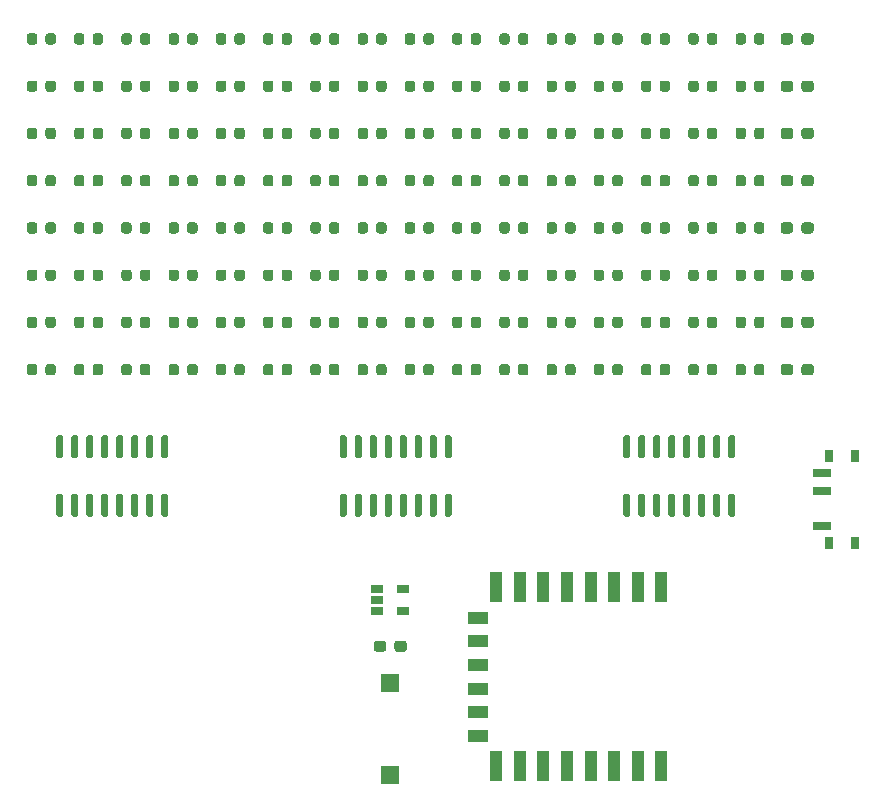
<source format=gtp>
G04 #@! TF.GenerationSoftware,KiCad,Pcbnew,(5.1.6)-1*
G04 #@! TF.CreationDate,2021-05-09T16:16:57+05:30*
G04 #@! TF.ProjectId,keychain,6b657963-6861-4696-9e2e-6b696361645f,rev?*
G04 #@! TF.SameCoordinates,Original*
G04 #@! TF.FileFunction,Paste,Top*
G04 #@! TF.FilePolarity,Positive*
%FSLAX46Y46*%
G04 Gerber Fmt 4.6, Leading zero omitted, Abs format (unit mm)*
G04 Created by KiCad (PCBNEW (5.1.6)-1) date 2021-05-09 16:16:57*
%MOMM*%
%LPD*%
G01*
G04 APERTURE LIST*
%ADD10R,1.060000X0.650000*%
%ADD11R,1.500000X1.500000*%
%ADD12R,0.800000X1.000000*%
%ADD13R,1.500000X0.700000*%
%ADD14R,1.000000X2.500000*%
%ADD15R,1.800000X1.000000*%
G04 APERTURE END LIST*
G36*
G01*
X66295000Y-150500000D02*
X66595000Y-150500000D01*
G75*
G02*
X66745000Y-150650000I0J-150000D01*
G01*
X66745000Y-152300000D01*
G75*
G02*
X66595000Y-152450000I-150000J0D01*
G01*
X66295000Y-152450000D01*
G75*
G02*
X66145000Y-152300000I0J150000D01*
G01*
X66145000Y-150650000D01*
G75*
G02*
X66295000Y-150500000I150000J0D01*
G01*
G37*
G36*
G01*
X65025000Y-150500000D02*
X65325000Y-150500000D01*
G75*
G02*
X65475000Y-150650000I0J-150000D01*
G01*
X65475000Y-152300000D01*
G75*
G02*
X65325000Y-152450000I-150000J0D01*
G01*
X65025000Y-152450000D01*
G75*
G02*
X64875000Y-152300000I0J150000D01*
G01*
X64875000Y-150650000D01*
G75*
G02*
X65025000Y-150500000I150000J0D01*
G01*
G37*
G36*
G01*
X63755000Y-150500000D02*
X64055000Y-150500000D01*
G75*
G02*
X64205000Y-150650000I0J-150000D01*
G01*
X64205000Y-152300000D01*
G75*
G02*
X64055000Y-152450000I-150000J0D01*
G01*
X63755000Y-152450000D01*
G75*
G02*
X63605000Y-152300000I0J150000D01*
G01*
X63605000Y-150650000D01*
G75*
G02*
X63755000Y-150500000I150000J0D01*
G01*
G37*
G36*
G01*
X62485000Y-150500000D02*
X62785000Y-150500000D01*
G75*
G02*
X62935000Y-150650000I0J-150000D01*
G01*
X62935000Y-152300000D01*
G75*
G02*
X62785000Y-152450000I-150000J0D01*
G01*
X62485000Y-152450000D01*
G75*
G02*
X62335000Y-152300000I0J150000D01*
G01*
X62335000Y-150650000D01*
G75*
G02*
X62485000Y-150500000I150000J0D01*
G01*
G37*
G36*
G01*
X61215000Y-150500000D02*
X61515000Y-150500000D01*
G75*
G02*
X61665000Y-150650000I0J-150000D01*
G01*
X61665000Y-152300000D01*
G75*
G02*
X61515000Y-152450000I-150000J0D01*
G01*
X61215000Y-152450000D01*
G75*
G02*
X61065000Y-152300000I0J150000D01*
G01*
X61065000Y-150650000D01*
G75*
G02*
X61215000Y-150500000I150000J0D01*
G01*
G37*
G36*
G01*
X59945000Y-150500000D02*
X60245000Y-150500000D01*
G75*
G02*
X60395000Y-150650000I0J-150000D01*
G01*
X60395000Y-152300000D01*
G75*
G02*
X60245000Y-152450000I-150000J0D01*
G01*
X59945000Y-152450000D01*
G75*
G02*
X59795000Y-152300000I0J150000D01*
G01*
X59795000Y-150650000D01*
G75*
G02*
X59945000Y-150500000I150000J0D01*
G01*
G37*
G36*
G01*
X58675000Y-150500000D02*
X58975000Y-150500000D01*
G75*
G02*
X59125000Y-150650000I0J-150000D01*
G01*
X59125000Y-152300000D01*
G75*
G02*
X58975000Y-152450000I-150000J0D01*
G01*
X58675000Y-152450000D01*
G75*
G02*
X58525000Y-152300000I0J150000D01*
G01*
X58525000Y-150650000D01*
G75*
G02*
X58675000Y-150500000I150000J0D01*
G01*
G37*
G36*
G01*
X57405000Y-150500000D02*
X57705000Y-150500000D01*
G75*
G02*
X57855000Y-150650000I0J-150000D01*
G01*
X57855000Y-152300000D01*
G75*
G02*
X57705000Y-152450000I-150000J0D01*
G01*
X57405000Y-152450000D01*
G75*
G02*
X57255000Y-152300000I0J150000D01*
G01*
X57255000Y-150650000D01*
G75*
G02*
X57405000Y-150500000I150000J0D01*
G01*
G37*
G36*
G01*
X57405000Y-145550000D02*
X57705000Y-145550000D01*
G75*
G02*
X57855000Y-145700000I0J-150000D01*
G01*
X57855000Y-147350000D01*
G75*
G02*
X57705000Y-147500000I-150000J0D01*
G01*
X57405000Y-147500000D01*
G75*
G02*
X57255000Y-147350000I0J150000D01*
G01*
X57255000Y-145700000D01*
G75*
G02*
X57405000Y-145550000I150000J0D01*
G01*
G37*
G36*
G01*
X58675000Y-145550000D02*
X58975000Y-145550000D01*
G75*
G02*
X59125000Y-145700000I0J-150000D01*
G01*
X59125000Y-147350000D01*
G75*
G02*
X58975000Y-147500000I-150000J0D01*
G01*
X58675000Y-147500000D01*
G75*
G02*
X58525000Y-147350000I0J150000D01*
G01*
X58525000Y-145700000D01*
G75*
G02*
X58675000Y-145550000I150000J0D01*
G01*
G37*
G36*
G01*
X59945000Y-145550000D02*
X60245000Y-145550000D01*
G75*
G02*
X60395000Y-145700000I0J-150000D01*
G01*
X60395000Y-147350000D01*
G75*
G02*
X60245000Y-147500000I-150000J0D01*
G01*
X59945000Y-147500000D01*
G75*
G02*
X59795000Y-147350000I0J150000D01*
G01*
X59795000Y-145700000D01*
G75*
G02*
X59945000Y-145550000I150000J0D01*
G01*
G37*
G36*
G01*
X61215000Y-145550000D02*
X61515000Y-145550000D01*
G75*
G02*
X61665000Y-145700000I0J-150000D01*
G01*
X61665000Y-147350000D01*
G75*
G02*
X61515000Y-147500000I-150000J0D01*
G01*
X61215000Y-147500000D01*
G75*
G02*
X61065000Y-147350000I0J150000D01*
G01*
X61065000Y-145700000D01*
G75*
G02*
X61215000Y-145550000I150000J0D01*
G01*
G37*
G36*
G01*
X62485000Y-145550000D02*
X62785000Y-145550000D01*
G75*
G02*
X62935000Y-145700000I0J-150000D01*
G01*
X62935000Y-147350000D01*
G75*
G02*
X62785000Y-147500000I-150000J0D01*
G01*
X62485000Y-147500000D01*
G75*
G02*
X62335000Y-147350000I0J150000D01*
G01*
X62335000Y-145700000D01*
G75*
G02*
X62485000Y-145550000I150000J0D01*
G01*
G37*
G36*
G01*
X63755000Y-145550000D02*
X64055000Y-145550000D01*
G75*
G02*
X64205000Y-145700000I0J-150000D01*
G01*
X64205000Y-147350000D01*
G75*
G02*
X64055000Y-147500000I-150000J0D01*
G01*
X63755000Y-147500000D01*
G75*
G02*
X63605000Y-147350000I0J150000D01*
G01*
X63605000Y-145700000D01*
G75*
G02*
X63755000Y-145550000I150000J0D01*
G01*
G37*
G36*
G01*
X65025000Y-145550000D02*
X65325000Y-145550000D01*
G75*
G02*
X65475000Y-145700000I0J-150000D01*
G01*
X65475000Y-147350000D01*
G75*
G02*
X65325000Y-147500000I-150000J0D01*
G01*
X65025000Y-147500000D01*
G75*
G02*
X64875000Y-147350000I0J150000D01*
G01*
X64875000Y-145700000D01*
G75*
G02*
X65025000Y-145550000I150000J0D01*
G01*
G37*
G36*
G01*
X66295000Y-145550000D02*
X66595000Y-145550000D01*
G75*
G02*
X66745000Y-145700000I0J-150000D01*
G01*
X66745000Y-147350000D01*
G75*
G02*
X66595000Y-147500000I-150000J0D01*
G01*
X66295000Y-147500000D01*
G75*
G02*
X66145000Y-147350000I0J150000D01*
G01*
X66145000Y-145700000D01*
G75*
G02*
X66295000Y-145550000I150000J0D01*
G01*
G37*
G36*
G01*
X90295000Y-150500000D02*
X90595000Y-150500000D01*
G75*
G02*
X90745000Y-150650000I0J-150000D01*
G01*
X90745000Y-152300000D01*
G75*
G02*
X90595000Y-152450000I-150000J0D01*
G01*
X90295000Y-152450000D01*
G75*
G02*
X90145000Y-152300000I0J150000D01*
G01*
X90145000Y-150650000D01*
G75*
G02*
X90295000Y-150500000I150000J0D01*
G01*
G37*
G36*
G01*
X89025000Y-150500000D02*
X89325000Y-150500000D01*
G75*
G02*
X89475000Y-150650000I0J-150000D01*
G01*
X89475000Y-152300000D01*
G75*
G02*
X89325000Y-152450000I-150000J0D01*
G01*
X89025000Y-152450000D01*
G75*
G02*
X88875000Y-152300000I0J150000D01*
G01*
X88875000Y-150650000D01*
G75*
G02*
X89025000Y-150500000I150000J0D01*
G01*
G37*
G36*
G01*
X87755000Y-150500000D02*
X88055000Y-150500000D01*
G75*
G02*
X88205000Y-150650000I0J-150000D01*
G01*
X88205000Y-152300000D01*
G75*
G02*
X88055000Y-152450000I-150000J0D01*
G01*
X87755000Y-152450000D01*
G75*
G02*
X87605000Y-152300000I0J150000D01*
G01*
X87605000Y-150650000D01*
G75*
G02*
X87755000Y-150500000I150000J0D01*
G01*
G37*
G36*
G01*
X86485000Y-150500000D02*
X86785000Y-150500000D01*
G75*
G02*
X86935000Y-150650000I0J-150000D01*
G01*
X86935000Y-152300000D01*
G75*
G02*
X86785000Y-152450000I-150000J0D01*
G01*
X86485000Y-152450000D01*
G75*
G02*
X86335000Y-152300000I0J150000D01*
G01*
X86335000Y-150650000D01*
G75*
G02*
X86485000Y-150500000I150000J0D01*
G01*
G37*
G36*
G01*
X85215000Y-150500000D02*
X85515000Y-150500000D01*
G75*
G02*
X85665000Y-150650000I0J-150000D01*
G01*
X85665000Y-152300000D01*
G75*
G02*
X85515000Y-152450000I-150000J0D01*
G01*
X85215000Y-152450000D01*
G75*
G02*
X85065000Y-152300000I0J150000D01*
G01*
X85065000Y-150650000D01*
G75*
G02*
X85215000Y-150500000I150000J0D01*
G01*
G37*
G36*
G01*
X83945000Y-150500000D02*
X84245000Y-150500000D01*
G75*
G02*
X84395000Y-150650000I0J-150000D01*
G01*
X84395000Y-152300000D01*
G75*
G02*
X84245000Y-152450000I-150000J0D01*
G01*
X83945000Y-152450000D01*
G75*
G02*
X83795000Y-152300000I0J150000D01*
G01*
X83795000Y-150650000D01*
G75*
G02*
X83945000Y-150500000I150000J0D01*
G01*
G37*
G36*
G01*
X82675000Y-150500000D02*
X82975000Y-150500000D01*
G75*
G02*
X83125000Y-150650000I0J-150000D01*
G01*
X83125000Y-152300000D01*
G75*
G02*
X82975000Y-152450000I-150000J0D01*
G01*
X82675000Y-152450000D01*
G75*
G02*
X82525000Y-152300000I0J150000D01*
G01*
X82525000Y-150650000D01*
G75*
G02*
X82675000Y-150500000I150000J0D01*
G01*
G37*
G36*
G01*
X81405000Y-150500000D02*
X81705000Y-150500000D01*
G75*
G02*
X81855000Y-150650000I0J-150000D01*
G01*
X81855000Y-152300000D01*
G75*
G02*
X81705000Y-152450000I-150000J0D01*
G01*
X81405000Y-152450000D01*
G75*
G02*
X81255000Y-152300000I0J150000D01*
G01*
X81255000Y-150650000D01*
G75*
G02*
X81405000Y-150500000I150000J0D01*
G01*
G37*
G36*
G01*
X81405000Y-145550000D02*
X81705000Y-145550000D01*
G75*
G02*
X81855000Y-145700000I0J-150000D01*
G01*
X81855000Y-147350000D01*
G75*
G02*
X81705000Y-147500000I-150000J0D01*
G01*
X81405000Y-147500000D01*
G75*
G02*
X81255000Y-147350000I0J150000D01*
G01*
X81255000Y-145700000D01*
G75*
G02*
X81405000Y-145550000I150000J0D01*
G01*
G37*
G36*
G01*
X82675000Y-145550000D02*
X82975000Y-145550000D01*
G75*
G02*
X83125000Y-145700000I0J-150000D01*
G01*
X83125000Y-147350000D01*
G75*
G02*
X82975000Y-147500000I-150000J0D01*
G01*
X82675000Y-147500000D01*
G75*
G02*
X82525000Y-147350000I0J150000D01*
G01*
X82525000Y-145700000D01*
G75*
G02*
X82675000Y-145550000I150000J0D01*
G01*
G37*
G36*
G01*
X83945000Y-145550000D02*
X84245000Y-145550000D01*
G75*
G02*
X84395000Y-145700000I0J-150000D01*
G01*
X84395000Y-147350000D01*
G75*
G02*
X84245000Y-147500000I-150000J0D01*
G01*
X83945000Y-147500000D01*
G75*
G02*
X83795000Y-147350000I0J150000D01*
G01*
X83795000Y-145700000D01*
G75*
G02*
X83945000Y-145550000I150000J0D01*
G01*
G37*
G36*
G01*
X85215000Y-145550000D02*
X85515000Y-145550000D01*
G75*
G02*
X85665000Y-145700000I0J-150000D01*
G01*
X85665000Y-147350000D01*
G75*
G02*
X85515000Y-147500000I-150000J0D01*
G01*
X85215000Y-147500000D01*
G75*
G02*
X85065000Y-147350000I0J150000D01*
G01*
X85065000Y-145700000D01*
G75*
G02*
X85215000Y-145550000I150000J0D01*
G01*
G37*
G36*
G01*
X86485000Y-145550000D02*
X86785000Y-145550000D01*
G75*
G02*
X86935000Y-145700000I0J-150000D01*
G01*
X86935000Y-147350000D01*
G75*
G02*
X86785000Y-147500000I-150000J0D01*
G01*
X86485000Y-147500000D01*
G75*
G02*
X86335000Y-147350000I0J150000D01*
G01*
X86335000Y-145700000D01*
G75*
G02*
X86485000Y-145550000I150000J0D01*
G01*
G37*
G36*
G01*
X87755000Y-145550000D02*
X88055000Y-145550000D01*
G75*
G02*
X88205000Y-145700000I0J-150000D01*
G01*
X88205000Y-147350000D01*
G75*
G02*
X88055000Y-147500000I-150000J0D01*
G01*
X87755000Y-147500000D01*
G75*
G02*
X87605000Y-147350000I0J150000D01*
G01*
X87605000Y-145700000D01*
G75*
G02*
X87755000Y-145550000I150000J0D01*
G01*
G37*
G36*
G01*
X89025000Y-145550000D02*
X89325000Y-145550000D01*
G75*
G02*
X89475000Y-145700000I0J-150000D01*
G01*
X89475000Y-147350000D01*
G75*
G02*
X89325000Y-147500000I-150000J0D01*
G01*
X89025000Y-147500000D01*
G75*
G02*
X88875000Y-147350000I0J150000D01*
G01*
X88875000Y-145700000D01*
G75*
G02*
X89025000Y-145550000I150000J0D01*
G01*
G37*
G36*
G01*
X90295000Y-145550000D02*
X90595000Y-145550000D01*
G75*
G02*
X90745000Y-145700000I0J-150000D01*
G01*
X90745000Y-147350000D01*
G75*
G02*
X90595000Y-147500000I-150000J0D01*
G01*
X90295000Y-147500000D01*
G75*
G02*
X90145000Y-147350000I0J150000D01*
G01*
X90145000Y-145700000D01*
G75*
G02*
X90295000Y-145550000I150000J0D01*
G01*
G37*
G36*
G01*
X114295000Y-150500000D02*
X114595000Y-150500000D01*
G75*
G02*
X114745000Y-150650000I0J-150000D01*
G01*
X114745000Y-152300000D01*
G75*
G02*
X114595000Y-152450000I-150000J0D01*
G01*
X114295000Y-152450000D01*
G75*
G02*
X114145000Y-152300000I0J150000D01*
G01*
X114145000Y-150650000D01*
G75*
G02*
X114295000Y-150500000I150000J0D01*
G01*
G37*
G36*
G01*
X113025000Y-150500000D02*
X113325000Y-150500000D01*
G75*
G02*
X113475000Y-150650000I0J-150000D01*
G01*
X113475000Y-152300000D01*
G75*
G02*
X113325000Y-152450000I-150000J0D01*
G01*
X113025000Y-152450000D01*
G75*
G02*
X112875000Y-152300000I0J150000D01*
G01*
X112875000Y-150650000D01*
G75*
G02*
X113025000Y-150500000I150000J0D01*
G01*
G37*
G36*
G01*
X111755000Y-150500000D02*
X112055000Y-150500000D01*
G75*
G02*
X112205000Y-150650000I0J-150000D01*
G01*
X112205000Y-152300000D01*
G75*
G02*
X112055000Y-152450000I-150000J0D01*
G01*
X111755000Y-152450000D01*
G75*
G02*
X111605000Y-152300000I0J150000D01*
G01*
X111605000Y-150650000D01*
G75*
G02*
X111755000Y-150500000I150000J0D01*
G01*
G37*
G36*
G01*
X110485000Y-150500000D02*
X110785000Y-150500000D01*
G75*
G02*
X110935000Y-150650000I0J-150000D01*
G01*
X110935000Y-152300000D01*
G75*
G02*
X110785000Y-152450000I-150000J0D01*
G01*
X110485000Y-152450000D01*
G75*
G02*
X110335000Y-152300000I0J150000D01*
G01*
X110335000Y-150650000D01*
G75*
G02*
X110485000Y-150500000I150000J0D01*
G01*
G37*
G36*
G01*
X109215000Y-150500000D02*
X109515000Y-150500000D01*
G75*
G02*
X109665000Y-150650000I0J-150000D01*
G01*
X109665000Y-152300000D01*
G75*
G02*
X109515000Y-152450000I-150000J0D01*
G01*
X109215000Y-152450000D01*
G75*
G02*
X109065000Y-152300000I0J150000D01*
G01*
X109065000Y-150650000D01*
G75*
G02*
X109215000Y-150500000I150000J0D01*
G01*
G37*
G36*
G01*
X107945000Y-150500000D02*
X108245000Y-150500000D01*
G75*
G02*
X108395000Y-150650000I0J-150000D01*
G01*
X108395000Y-152300000D01*
G75*
G02*
X108245000Y-152450000I-150000J0D01*
G01*
X107945000Y-152450000D01*
G75*
G02*
X107795000Y-152300000I0J150000D01*
G01*
X107795000Y-150650000D01*
G75*
G02*
X107945000Y-150500000I150000J0D01*
G01*
G37*
G36*
G01*
X106675000Y-150500000D02*
X106975000Y-150500000D01*
G75*
G02*
X107125000Y-150650000I0J-150000D01*
G01*
X107125000Y-152300000D01*
G75*
G02*
X106975000Y-152450000I-150000J0D01*
G01*
X106675000Y-152450000D01*
G75*
G02*
X106525000Y-152300000I0J150000D01*
G01*
X106525000Y-150650000D01*
G75*
G02*
X106675000Y-150500000I150000J0D01*
G01*
G37*
G36*
G01*
X105405000Y-150500000D02*
X105705000Y-150500000D01*
G75*
G02*
X105855000Y-150650000I0J-150000D01*
G01*
X105855000Y-152300000D01*
G75*
G02*
X105705000Y-152450000I-150000J0D01*
G01*
X105405000Y-152450000D01*
G75*
G02*
X105255000Y-152300000I0J150000D01*
G01*
X105255000Y-150650000D01*
G75*
G02*
X105405000Y-150500000I150000J0D01*
G01*
G37*
G36*
G01*
X105405000Y-145550000D02*
X105705000Y-145550000D01*
G75*
G02*
X105855000Y-145700000I0J-150000D01*
G01*
X105855000Y-147350000D01*
G75*
G02*
X105705000Y-147500000I-150000J0D01*
G01*
X105405000Y-147500000D01*
G75*
G02*
X105255000Y-147350000I0J150000D01*
G01*
X105255000Y-145700000D01*
G75*
G02*
X105405000Y-145550000I150000J0D01*
G01*
G37*
G36*
G01*
X106675000Y-145550000D02*
X106975000Y-145550000D01*
G75*
G02*
X107125000Y-145700000I0J-150000D01*
G01*
X107125000Y-147350000D01*
G75*
G02*
X106975000Y-147500000I-150000J0D01*
G01*
X106675000Y-147500000D01*
G75*
G02*
X106525000Y-147350000I0J150000D01*
G01*
X106525000Y-145700000D01*
G75*
G02*
X106675000Y-145550000I150000J0D01*
G01*
G37*
G36*
G01*
X107945000Y-145550000D02*
X108245000Y-145550000D01*
G75*
G02*
X108395000Y-145700000I0J-150000D01*
G01*
X108395000Y-147350000D01*
G75*
G02*
X108245000Y-147500000I-150000J0D01*
G01*
X107945000Y-147500000D01*
G75*
G02*
X107795000Y-147350000I0J150000D01*
G01*
X107795000Y-145700000D01*
G75*
G02*
X107945000Y-145550000I150000J0D01*
G01*
G37*
G36*
G01*
X109215000Y-145550000D02*
X109515000Y-145550000D01*
G75*
G02*
X109665000Y-145700000I0J-150000D01*
G01*
X109665000Y-147350000D01*
G75*
G02*
X109515000Y-147500000I-150000J0D01*
G01*
X109215000Y-147500000D01*
G75*
G02*
X109065000Y-147350000I0J150000D01*
G01*
X109065000Y-145700000D01*
G75*
G02*
X109215000Y-145550000I150000J0D01*
G01*
G37*
G36*
G01*
X110485000Y-145550000D02*
X110785000Y-145550000D01*
G75*
G02*
X110935000Y-145700000I0J-150000D01*
G01*
X110935000Y-147350000D01*
G75*
G02*
X110785000Y-147500000I-150000J0D01*
G01*
X110485000Y-147500000D01*
G75*
G02*
X110335000Y-147350000I0J150000D01*
G01*
X110335000Y-145700000D01*
G75*
G02*
X110485000Y-145550000I150000J0D01*
G01*
G37*
G36*
G01*
X111755000Y-145550000D02*
X112055000Y-145550000D01*
G75*
G02*
X112205000Y-145700000I0J-150000D01*
G01*
X112205000Y-147350000D01*
G75*
G02*
X112055000Y-147500000I-150000J0D01*
G01*
X111755000Y-147500000D01*
G75*
G02*
X111605000Y-147350000I0J150000D01*
G01*
X111605000Y-145700000D01*
G75*
G02*
X111755000Y-145550000I150000J0D01*
G01*
G37*
G36*
G01*
X113025000Y-145550000D02*
X113325000Y-145550000D01*
G75*
G02*
X113475000Y-145700000I0J-150000D01*
G01*
X113475000Y-147350000D01*
G75*
G02*
X113325000Y-147500000I-150000J0D01*
G01*
X113025000Y-147500000D01*
G75*
G02*
X112875000Y-147350000I0J150000D01*
G01*
X112875000Y-145700000D01*
G75*
G02*
X113025000Y-145550000I150000J0D01*
G01*
G37*
G36*
G01*
X114295000Y-145550000D02*
X114595000Y-145550000D01*
G75*
G02*
X114745000Y-145700000I0J-150000D01*
G01*
X114745000Y-147350000D01*
G75*
G02*
X114595000Y-147500000I-150000J0D01*
G01*
X114295000Y-147500000D01*
G75*
G02*
X114145000Y-147350000I0J150000D01*
G01*
X114145000Y-145700000D01*
G75*
G02*
X114295000Y-145550000I150000J0D01*
G01*
G37*
G36*
G01*
X85190000Y-163182500D02*
X85190000Y-163657500D01*
G75*
G02*
X84952500Y-163895000I-237500J0D01*
G01*
X84377500Y-163895000D01*
G75*
G02*
X84140000Y-163657500I0J237500D01*
G01*
X84140000Y-163182500D01*
G75*
G02*
X84377500Y-162945000I237500J0D01*
G01*
X84952500Y-162945000D01*
G75*
G02*
X85190000Y-163182500I0J-237500D01*
G01*
G37*
G36*
G01*
X86940000Y-163182500D02*
X86940000Y-163657500D01*
G75*
G02*
X86702500Y-163895000I-237500J0D01*
G01*
X86127500Y-163895000D01*
G75*
G02*
X85890000Y-163657500I0J237500D01*
G01*
X85890000Y-163182500D01*
G75*
G02*
X86127500Y-162945000I237500J0D01*
G01*
X86702500Y-162945000D01*
G75*
G02*
X86940000Y-163182500I0J-237500D01*
G01*
G37*
D10*
X86600000Y-158550000D03*
X86600000Y-160450000D03*
X84400000Y-160450000D03*
X84400000Y-159500000D03*
X84400000Y-158550000D03*
D11*
X85540000Y-166520000D03*
X85540000Y-174320000D03*
D12*
X122720000Y-154650000D03*
X122720000Y-147350000D03*
X124930000Y-147350000D03*
X124930000Y-154650000D03*
D13*
X122070000Y-148750000D03*
X122070000Y-150250000D03*
X122070000Y-153250000D03*
D14*
X108500000Y-173600000D03*
X106500000Y-173600000D03*
X104500000Y-173600000D03*
X102500000Y-173600000D03*
X100500000Y-173600000D03*
X98500000Y-173600000D03*
X96500000Y-173600000D03*
X94500000Y-173600000D03*
D15*
X93000000Y-171000000D03*
X93000000Y-169000000D03*
X93000000Y-167000000D03*
X93000000Y-165000000D03*
X93000000Y-163000000D03*
X93000000Y-161000000D03*
D14*
X94500000Y-158400000D03*
X96500000Y-158400000D03*
X98500000Y-158400000D03*
X100500000Y-158400000D03*
X102500000Y-158400000D03*
X104500000Y-158400000D03*
X106500000Y-158400000D03*
X108500000Y-158400000D03*
G36*
G01*
X56350000Y-112256250D02*
X56350000Y-111743750D01*
G75*
G02*
X56568750Y-111525000I218750J0D01*
G01*
X57006250Y-111525000D01*
G75*
G02*
X57225000Y-111743750I0J-218750D01*
G01*
X57225000Y-112256250D01*
G75*
G02*
X57006250Y-112475000I-218750J0D01*
G01*
X56568750Y-112475000D01*
G75*
G02*
X56350000Y-112256250I0J218750D01*
G01*
G37*
G36*
G01*
X54775000Y-112256250D02*
X54775000Y-111743750D01*
G75*
G02*
X54993750Y-111525000I218750J0D01*
G01*
X55431250Y-111525000D01*
G75*
G02*
X55650000Y-111743750I0J-218750D01*
G01*
X55650000Y-112256250D01*
G75*
G02*
X55431250Y-112475000I-218750J0D01*
G01*
X54993750Y-112475000D01*
G75*
G02*
X54775000Y-112256250I0J218750D01*
G01*
G37*
G36*
G01*
X121400000Y-139762500D02*
X121400000Y-140237500D01*
G75*
G02*
X121162500Y-140475000I-237500J0D01*
G01*
X120587500Y-140475000D01*
G75*
G02*
X120350000Y-140237500I0J237500D01*
G01*
X120350000Y-139762500D01*
G75*
G02*
X120587500Y-139525000I237500J0D01*
G01*
X121162500Y-139525000D01*
G75*
G02*
X121400000Y-139762500I0J-237500D01*
G01*
G37*
G36*
G01*
X119650000Y-139762500D02*
X119650000Y-140237500D01*
G75*
G02*
X119412500Y-140475000I-237500J0D01*
G01*
X118837500Y-140475000D01*
G75*
G02*
X118600000Y-140237500I0J237500D01*
G01*
X118600000Y-139762500D01*
G75*
G02*
X118837500Y-139525000I237500J0D01*
G01*
X119412500Y-139525000D01*
G75*
G02*
X119650000Y-139762500I0J-237500D01*
G01*
G37*
G36*
G01*
X121400000Y-135762500D02*
X121400000Y-136237500D01*
G75*
G02*
X121162500Y-136475000I-237500J0D01*
G01*
X120587500Y-136475000D01*
G75*
G02*
X120350000Y-136237500I0J237500D01*
G01*
X120350000Y-135762500D01*
G75*
G02*
X120587500Y-135525000I237500J0D01*
G01*
X121162500Y-135525000D01*
G75*
G02*
X121400000Y-135762500I0J-237500D01*
G01*
G37*
G36*
G01*
X119650000Y-135762500D02*
X119650000Y-136237500D01*
G75*
G02*
X119412500Y-136475000I-237500J0D01*
G01*
X118837500Y-136475000D01*
G75*
G02*
X118600000Y-136237500I0J237500D01*
G01*
X118600000Y-135762500D01*
G75*
G02*
X118837500Y-135525000I237500J0D01*
G01*
X119412500Y-135525000D01*
G75*
G02*
X119650000Y-135762500I0J-237500D01*
G01*
G37*
G36*
G01*
X121400000Y-131762500D02*
X121400000Y-132237500D01*
G75*
G02*
X121162500Y-132475000I-237500J0D01*
G01*
X120587500Y-132475000D01*
G75*
G02*
X120350000Y-132237500I0J237500D01*
G01*
X120350000Y-131762500D01*
G75*
G02*
X120587500Y-131525000I237500J0D01*
G01*
X121162500Y-131525000D01*
G75*
G02*
X121400000Y-131762500I0J-237500D01*
G01*
G37*
G36*
G01*
X119650000Y-131762500D02*
X119650000Y-132237500D01*
G75*
G02*
X119412500Y-132475000I-237500J0D01*
G01*
X118837500Y-132475000D01*
G75*
G02*
X118600000Y-132237500I0J237500D01*
G01*
X118600000Y-131762500D01*
G75*
G02*
X118837500Y-131525000I237500J0D01*
G01*
X119412500Y-131525000D01*
G75*
G02*
X119650000Y-131762500I0J-237500D01*
G01*
G37*
G36*
G01*
X121400000Y-127762500D02*
X121400000Y-128237500D01*
G75*
G02*
X121162500Y-128475000I-237500J0D01*
G01*
X120587500Y-128475000D01*
G75*
G02*
X120350000Y-128237500I0J237500D01*
G01*
X120350000Y-127762500D01*
G75*
G02*
X120587500Y-127525000I237500J0D01*
G01*
X121162500Y-127525000D01*
G75*
G02*
X121400000Y-127762500I0J-237500D01*
G01*
G37*
G36*
G01*
X119650000Y-127762500D02*
X119650000Y-128237500D01*
G75*
G02*
X119412500Y-128475000I-237500J0D01*
G01*
X118837500Y-128475000D01*
G75*
G02*
X118600000Y-128237500I0J237500D01*
G01*
X118600000Y-127762500D01*
G75*
G02*
X118837500Y-127525000I237500J0D01*
G01*
X119412500Y-127525000D01*
G75*
G02*
X119650000Y-127762500I0J-237500D01*
G01*
G37*
G36*
G01*
X121400000Y-123762500D02*
X121400000Y-124237500D01*
G75*
G02*
X121162500Y-124475000I-237500J0D01*
G01*
X120587500Y-124475000D01*
G75*
G02*
X120350000Y-124237500I0J237500D01*
G01*
X120350000Y-123762500D01*
G75*
G02*
X120587500Y-123525000I237500J0D01*
G01*
X121162500Y-123525000D01*
G75*
G02*
X121400000Y-123762500I0J-237500D01*
G01*
G37*
G36*
G01*
X119650000Y-123762500D02*
X119650000Y-124237500D01*
G75*
G02*
X119412500Y-124475000I-237500J0D01*
G01*
X118837500Y-124475000D01*
G75*
G02*
X118600000Y-124237500I0J237500D01*
G01*
X118600000Y-123762500D01*
G75*
G02*
X118837500Y-123525000I237500J0D01*
G01*
X119412500Y-123525000D01*
G75*
G02*
X119650000Y-123762500I0J-237500D01*
G01*
G37*
G36*
G01*
X121400000Y-119762500D02*
X121400000Y-120237500D01*
G75*
G02*
X121162500Y-120475000I-237500J0D01*
G01*
X120587500Y-120475000D01*
G75*
G02*
X120350000Y-120237500I0J237500D01*
G01*
X120350000Y-119762500D01*
G75*
G02*
X120587500Y-119525000I237500J0D01*
G01*
X121162500Y-119525000D01*
G75*
G02*
X121400000Y-119762500I0J-237500D01*
G01*
G37*
G36*
G01*
X119650000Y-119762500D02*
X119650000Y-120237500D01*
G75*
G02*
X119412500Y-120475000I-237500J0D01*
G01*
X118837500Y-120475000D01*
G75*
G02*
X118600000Y-120237500I0J237500D01*
G01*
X118600000Y-119762500D01*
G75*
G02*
X118837500Y-119525000I237500J0D01*
G01*
X119412500Y-119525000D01*
G75*
G02*
X119650000Y-119762500I0J-237500D01*
G01*
G37*
G36*
G01*
X119650000Y-115762500D02*
X119650000Y-116237500D01*
G75*
G02*
X119412500Y-116475000I-237500J0D01*
G01*
X118837500Y-116475000D01*
G75*
G02*
X118600000Y-116237500I0J237500D01*
G01*
X118600000Y-115762500D01*
G75*
G02*
X118837500Y-115525000I237500J0D01*
G01*
X119412500Y-115525000D01*
G75*
G02*
X119650000Y-115762500I0J-237500D01*
G01*
G37*
G36*
G01*
X121400000Y-115762500D02*
X121400000Y-116237500D01*
G75*
G02*
X121162500Y-116475000I-237500J0D01*
G01*
X120587500Y-116475000D01*
G75*
G02*
X120350000Y-116237500I0J237500D01*
G01*
X120350000Y-115762500D01*
G75*
G02*
X120587500Y-115525000I237500J0D01*
G01*
X121162500Y-115525000D01*
G75*
G02*
X121400000Y-115762500I0J-237500D01*
G01*
G37*
G36*
G01*
X119650000Y-111762500D02*
X119650000Y-112237500D01*
G75*
G02*
X119412500Y-112475000I-237500J0D01*
G01*
X118837500Y-112475000D01*
G75*
G02*
X118600000Y-112237500I0J237500D01*
G01*
X118600000Y-111762500D01*
G75*
G02*
X118837500Y-111525000I237500J0D01*
G01*
X119412500Y-111525000D01*
G75*
G02*
X119650000Y-111762500I0J-237500D01*
G01*
G37*
G36*
G01*
X121400000Y-111762500D02*
X121400000Y-112237500D01*
G75*
G02*
X121162500Y-112475000I-237500J0D01*
G01*
X120587500Y-112475000D01*
G75*
G02*
X120350000Y-112237500I0J237500D01*
G01*
X120350000Y-111762500D01*
G75*
G02*
X120587500Y-111525000I237500J0D01*
G01*
X121162500Y-111525000D01*
G75*
G02*
X121400000Y-111762500I0J-237500D01*
G01*
G37*
G36*
G01*
X114775000Y-140256250D02*
X114775000Y-139743750D01*
G75*
G02*
X114993750Y-139525000I218750J0D01*
G01*
X115431250Y-139525000D01*
G75*
G02*
X115650000Y-139743750I0J-218750D01*
G01*
X115650000Y-140256250D01*
G75*
G02*
X115431250Y-140475000I-218750J0D01*
G01*
X114993750Y-140475000D01*
G75*
G02*
X114775000Y-140256250I0J218750D01*
G01*
G37*
G36*
G01*
X116350000Y-140256250D02*
X116350000Y-139743750D01*
G75*
G02*
X116568750Y-139525000I218750J0D01*
G01*
X117006250Y-139525000D01*
G75*
G02*
X117225000Y-139743750I0J-218750D01*
G01*
X117225000Y-140256250D01*
G75*
G02*
X117006250Y-140475000I-218750J0D01*
G01*
X116568750Y-140475000D01*
G75*
G02*
X116350000Y-140256250I0J218750D01*
G01*
G37*
G36*
G01*
X114775000Y-136256250D02*
X114775000Y-135743750D01*
G75*
G02*
X114993750Y-135525000I218750J0D01*
G01*
X115431250Y-135525000D01*
G75*
G02*
X115650000Y-135743750I0J-218750D01*
G01*
X115650000Y-136256250D01*
G75*
G02*
X115431250Y-136475000I-218750J0D01*
G01*
X114993750Y-136475000D01*
G75*
G02*
X114775000Y-136256250I0J218750D01*
G01*
G37*
G36*
G01*
X116350000Y-136256250D02*
X116350000Y-135743750D01*
G75*
G02*
X116568750Y-135525000I218750J0D01*
G01*
X117006250Y-135525000D01*
G75*
G02*
X117225000Y-135743750I0J-218750D01*
G01*
X117225000Y-136256250D01*
G75*
G02*
X117006250Y-136475000I-218750J0D01*
G01*
X116568750Y-136475000D01*
G75*
G02*
X116350000Y-136256250I0J218750D01*
G01*
G37*
G36*
G01*
X114775000Y-132256250D02*
X114775000Y-131743750D01*
G75*
G02*
X114993750Y-131525000I218750J0D01*
G01*
X115431250Y-131525000D01*
G75*
G02*
X115650000Y-131743750I0J-218750D01*
G01*
X115650000Y-132256250D01*
G75*
G02*
X115431250Y-132475000I-218750J0D01*
G01*
X114993750Y-132475000D01*
G75*
G02*
X114775000Y-132256250I0J218750D01*
G01*
G37*
G36*
G01*
X116350000Y-132256250D02*
X116350000Y-131743750D01*
G75*
G02*
X116568750Y-131525000I218750J0D01*
G01*
X117006250Y-131525000D01*
G75*
G02*
X117225000Y-131743750I0J-218750D01*
G01*
X117225000Y-132256250D01*
G75*
G02*
X117006250Y-132475000I-218750J0D01*
G01*
X116568750Y-132475000D01*
G75*
G02*
X116350000Y-132256250I0J218750D01*
G01*
G37*
G36*
G01*
X114775000Y-128256250D02*
X114775000Y-127743750D01*
G75*
G02*
X114993750Y-127525000I218750J0D01*
G01*
X115431250Y-127525000D01*
G75*
G02*
X115650000Y-127743750I0J-218750D01*
G01*
X115650000Y-128256250D01*
G75*
G02*
X115431250Y-128475000I-218750J0D01*
G01*
X114993750Y-128475000D01*
G75*
G02*
X114775000Y-128256250I0J218750D01*
G01*
G37*
G36*
G01*
X116350000Y-128256250D02*
X116350000Y-127743750D01*
G75*
G02*
X116568750Y-127525000I218750J0D01*
G01*
X117006250Y-127525000D01*
G75*
G02*
X117225000Y-127743750I0J-218750D01*
G01*
X117225000Y-128256250D01*
G75*
G02*
X117006250Y-128475000I-218750J0D01*
G01*
X116568750Y-128475000D01*
G75*
G02*
X116350000Y-128256250I0J218750D01*
G01*
G37*
G36*
G01*
X114775000Y-124256250D02*
X114775000Y-123743750D01*
G75*
G02*
X114993750Y-123525000I218750J0D01*
G01*
X115431250Y-123525000D01*
G75*
G02*
X115650000Y-123743750I0J-218750D01*
G01*
X115650000Y-124256250D01*
G75*
G02*
X115431250Y-124475000I-218750J0D01*
G01*
X114993750Y-124475000D01*
G75*
G02*
X114775000Y-124256250I0J218750D01*
G01*
G37*
G36*
G01*
X116350000Y-124256250D02*
X116350000Y-123743750D01*
G75*
G02*
X116568750Y-123525000I218750J0D01*
G01*
X117006250Y-123525000D01*
G75*
G02*
X117225000Y-123743750I0J-218750D01*
G01*
X117225000Y-124256250D01*
G75*
G02*
X117006250Y-124475000I-218750J0D01*
G01*
X116568750Y-124475000D01*
G75*
G02*
X116350000Y-124256250I0J218750D01*
G01*
G37*
G36*
G01*
X114775000Y-120256250D02*
X114775000Y-119743750D01*
G75*
G02*
X114993750Y-119525000I218750J0D01*
G01*
X115431250Y-119525000D01*
G75*
G02*
X115650000Y-119743750I0J-218750D01*
G01*
X115650000Y-120256250D01*
G75*
G02*
X115431250Y-120475000I-218750J0D01*
G01*
X114993750Y-120475000D01*
G75*
G02*
X114775000Y-120256250I0J218750D01*
G01*
G37*
G36*
G01*
X116350000Y-120256250D02*
X116350000Y-119743750D01*
G75*
G02*
X116568750Y-119525000I218750J0D01*
G01*
X117006250Y-119525000D01*
G75*
G02*
X117225000Y-119743750I0J-218750D01*
G01*
X117225000Y-120256250D01*
G75*
G02*
X117006250Y-120475000I-218750J0D01*
G01*
X116568750Y-120475000D01*
G75*
G02*
X116350000Y-120256250I0J218750D01*
G01*
G37*
G36*
G01*
X116350000Y-116256250D02*
X116350000Y-115743750D01*
G75*
G02*
X116568750Y-115525000I218750J0D01*
G01*
X117006250Y-115525000D01*
G75*
G02*
X117225000Y-115743750I0J-218750D01*
G01*
X117225000Y-116256250D01*
G75*
G02*
X117006250Y-116475000I-218750J0D01*
G01*
X116568750Y-116475000D01*
G75*
G02*
X116350000Y-116256250I0J218750D01*
G01*
G37*
G36*
G01*
X114775000Y-116256250D02*
X114775000Y-115743750D01*
G75*
G02*
X114993750Y-115525000I218750J0D01*
G01*
X115431250Y-115525000D01*
G75*
G02*
X115650000Y-115743750I0J-218750D01*
G01*
X115650000Y-116256250D01*
G75*
G02*
X115431250Y-116475000I-218750J0D01*
G01*
X114993750Y-116475000D01*
G75*
G02*
X114775000Y-116256250I0J218750D01*
G01*
G37*
G36*
G01*
X114775000Y-112256250D02*
X114775000Y-111743750D01*
G75*
G02*
X114993750Y-111525000I218750J0D01*
G01*
X115431250Y-111525000D01*
G75*
G02*
X115650000Y-111743750I0J-218750D01*
G01*
X115650000Y-112256250D01*
G75*
G02*
X115431250Y-112475000I-218750J0D01*
G01*
X114993750Y-112475000D01*
G75*
G02*
X114775000Y-112256250I0J218750D01*
G01*
G37*
G36*
G01*
X116350000Y-112256250D02*
X116350000Y-111743750D01*
G75*
G02*
X116568750Y-111525000I218750J0D01*
G01*
X117006250Y-111525000D01*
G75*
G02*
X117225000Y-111743750I0J-218750D01*
G01*
X117225000Y-112256250D01*
G75*
G02*
X117006250Y-112475000I-218750J0D01*
G01*
X116568750Y-112475000D01*
G75*
G02*
X116350000Y-112256250I0J218750D01*
G01*
G37*
G36*
G01*
X110775000Y-140256250D02*
X110775000Y-139743750D01*
G75*
G02*
X110993750Y-139525000I218750J0D01*
G01*
X111431250Y-139525000D01*
G75*
G02*
X111650000Y-139743750I0J-218750D01*
G01*
X111650000Y-140256250D01*
G75*
G02*
X111431250Y-140475000I-218750J0D01*
G01*
X110993750Y-140475000D01*
G75*
G02*
X110775000Y-140256250I0J218750D01*
G01*
G37*
G36*
G01*
X112350000Y-140256250D02*
X112350000Y-139743750D01*
G75*
G02*
X112568750Y-139525000I218750J0D01*
G01*
X113006250Y-139525000D01*
G75*
G02*
X113225000Y-139743750I0J-218750D01*
G01*
X113225000Y-140256250D01*
G75*
G02*
X113006250Y-140475000I-218750J0D01*
G01*
X112568750Y-140475000D01*
G75*
G02*
X112350000Y-140256250I0J218750D01*
G01*
G37*
G36*
G01*
X110775000Y-136256250D02*
X110775000Y-135743750D01*
G75*
G02*
X110993750Y-135525000I218750J0D01*
G01*
X111431250Y-135525000D01*
G75*
G02*
X111650000Y-135743750I0J-218750D01*
G01*
X111650000Y-136256250D01*
G75*
G02*
X111431250Y-136475000I-218750J0D01*
G01*
X110993750Y-136475000D01*
G75*
G02*
X110775000Y-136256250I0J218750D01*
G01*
G37*
G36*
G01*
X112350000Y-136256250D02*
X112350000Y-135743750D01*
G75*
G02*
X112568750Y-135525000I218750J0D01*
G01*
X113006250Y-135525000D01*
G75*
G02*
X113225000Y-135743750I0J-218750D01*
G01*
X113225000Y-136256250D01*
G75*
G02*
X113006250Y-136475000I-218750J0D01*
G01*
X112568750Y-136475000D01*
G75*
G02*
X112350000Y-136256250I0J218750D01*
G01*
G37*
G36*
G01*
X110775000Y-132256250D02*
X110775000Y-131743750D01*
G75*
G02*
X110993750Y-131525000I218750J0D01*
G01*
X111431250Y-131525000D01*
G75*
G02*
X111650000Y-131743750I0J-218750D01*
G01*
X111650000Y-132256250D01*
G75*
G02*
X111431250Y-132475000I-218750J0D01*
G01*
X110993750Y-132475000D01*
G75*
G02*
X110775000Y-132256250I0J218750D01*
G01*
G37*
G36*
G01*
X112350000Y-132256250D02*
X112350000Y-131743750D01*
G75*
G02*
X112568750Y-131525000I218750J0D01*
G01*
X113006250Y-131525000D01*
G75*
G02*
X113225000Y-131743750I0J-218750D01*
G01*
X113225000Y-132256250D01*
G75*
G02*
X113006250Y-132475000I-218750J0D01*
G01*
X112568750Y-132475000D01*
G75*
G02*
X112350000Y-132256250I0J218750D01*
G01*
G37*
G36*
G01*
X110775000Y-128256250D02*
X110775000Y-127743750D01*
G75*
G02*
X110993750Y-127525000I218750J0D01*
G01*
X111431250Y-127525000D01*
G75*
G02*
X111650000Y-127743750I0J-218750D01*
G01*
X111650000Y-128256250D01*
G75*
G02*
X111431250Y-128475000I-218750J0D01*
G01*
X110993750Y-128475000D01*
G75*
G02*
X110775000Y-128256250I0J218750D01*
G01*
G37*
G36*
G01*
X112350000Y-128256250D02*
X112350000Y-127743750D01*
G75*
G02*
X112568750Y-127525000I218750J0D01*
G01*
X113006250Y-127525000D01*
G75*
G02*
X113225000Y-127743750I0J-218750D01*
G01*
X113225000Y-128256250D01*
G75*
G02*
X113006250Y-128475000I-218750J0D01*
G01*
X112568750Y-128475000D01*
G75*
G02*
X112350000Y-128256250I0J218750D01*
G01*
G37*
G36*
G01*
X110775000Y-124256250D02*
X110775000Y-123743750D01*
G75*
G02*
X110993750Y-123525000I218750J0D01*
G01*
X111431250Y-123525000D01*
G75*
G02*
X111650000Y-123743750I0J-218750D01*
G01*
X111650000Y-124256250D01*
G75*
G02*
X111431250Y-124475000I-218750J0D01*
G01*
X110993750Y-124475000D01*
G75*
G02*
X110775000Y-124256250I0J218750D01*
G01*
G37*
G36*
G01*
X112350000Y-124256250D02*
X112350000Y-123743750D01*
G75*
G02*
X112568750Y-123525000I218750J0D01*
G01*
X113006250Y-123525000D01*
G75*
G02*
X113225000Y-123743750I0J-218750D01*
G01*
X113225000Y-124256250D01*
G75*
G02*
X113006250Y-124475000I-218750J0D01*
G01*
X112568750Y-124475000D01*
G75*
G02*
X112350000Y-124256250I0J218750D01*
G01*
G37*
G36*
G01*
X110775000Y-120256250D02*
X110775000Y-119743750D01*
G75*
G02*
X110993750Y-119525000I218750J0D01*
G01*
X111431250Y-119525000D01*
G75*
G02*
X111650000Y-119743750I0J-218750D01*
G01*
X111650000Y-120256250D01*
G75*
G02*
X111431250Y-120475000I-218750J0D01*
G01*
X110993750Y-120475000D01*
G75*
G02*
X110775000Y-120256250I0J218750D01*
G01*
G37*
G36*
G01*
X112350000Y-120256250D02*
X112350000Y-119743750D01*
G75*
G02*
X112568750Y-119525000I218750J0D01*
G01*
X113006250Y-119525000D01*
G75*
G02*
X113225000Y-119743750I0J-218750D01*
G01*
X113225000Y-120256250D01*
G75*
G02*
X113006250Y-120475000I-218750J0D01*
G01*
X112568750Y-120475000D01*
G75*
G02*
X112350000Y-120256250I0J218750D01*
G01*
G37*
G36*
G01*
X112350000Y-116256250D02*
X112350000Y-115743750D01*
G75*
G02*
X112568750Y-115525000I218750J0D01*
G01*
X113006250Y-115525000D01*
G75*
G02*
X113225000Y-115743750I0J-218750D01*
G01*
X113225000Y-116256250D01*
G75*
G02*
X113006250Y-116475000I-218750J0D01*
G01*
X112568750Y-116475000D01*
G75*
G02*
X112350000Y-116256250I0J218750D01*
G01*
G37*
G36*
G01*
X110775000Y-116256250D02*
X110775000Y-115743750D01*
G75*
G02*
X110993750Y-115525000I218750J0D01*
G01*
X111431250Y-115525000D01*
G75*
G02*
X111650000Y-115743750I0J-218750D01*
G01*
X111650000Y-116256250D01*
G75*
G02*
X111431250Y-116475000I-218750J0D01*
G01*
X110993750Y-116475000D01*
G75*
G02*
X110775000Y-116256250I0J218750D01*
G01*
G37*
G36*
G01*
X110775000Y-112256250D02*
X110775000Y-111743750D01*
G75*
G02*
X110993750Y-111525000I218750J0D01*
G01*
X111431250Y-111525000D01*
G75*
G02*
X111650000Y-111743750I0J-218750D01*
G01*
X111650000Y-112256250D01*
G75*
G02*
X111431250Y-112475000I-218750J0D01*
G01*
X110993750Y-112475000D01*
G75*
G02*
X110775000Y-112256250I0J218750D01*
G01*
G37*
G36*
G01*
X112350000Y-112256250D02*
X112350000Y-111743750D01*
G75*
G02*
X112568750Y-111525000I218750J0D01*
G01*
X113006250Y-111525000D01*
G75*
G02*
X113225000Y-111743750I0J-218750D01*
G01*
X113225000Y-112256250D01*
G75*
G02*
X113006250Y-112475000I-218750J0D01*
G01*
X112568750Y-112475000D01*
G75*
G02*
X112350000Y-112256250I0J218750D01*
G01*
G37*
G36*
G01*
X106775000Y-140256250D02*
X106775000Y-139743750D01*
G75*
G02*
X106993750Y-139525000I218750J0D01*
G01*
X107431250Y-139525000D01*
G75*
G02*
X107650000Y-139743750I0J-218750D01*
G01*
X107650000Y-140256250D01*
G75*
G02*
X107431250Y-140475000I-218750J0D01*
G01*
X106993750Y-140475000D01*
G75*
G02*
X106775000Y-140256250I0J218750D01*
G01*
G37*
G36*
G01*
X108350000Y-140256250D02*
X108350000Y-139743750D01*
G75*
G02*
X108568750Y-139525000I218750J0D01*
G01*
X109006250Y-139525000D01*
G75*
G02*
X109225000Y-139743750I0J-218750D01*
G01*
X109225000Y-140256250D01*
G75*
G02*
X109006250Y-140475000I-218750J0D01*
G01*
X108568750Y-140475000D01*
G75*
G02*
X108350000Y-140256250I0J218750D01*
G01*
G37*
G36*
G01*
X106775000Y-136256250D02*
X106775000Y-135743750D01*
G75*
G02*
X106993750Y-135525000I218750J0D01*
G01*
X107431250Y-135525000D01*
G75*
G02*
X107650000Y-135743750I0J-218750D01*
G01*
X107650000Y-136256250D01*
G75*
G02*
X107431250Y-136475000I-218750J0D01*
G01*
X106993750Y-136475000D01*
G75*
G02*
X106775000Y-136256250I0J218750D01*
G01*
G37*
G36*
G01*
X108350000Y-136256250D02*
X108350000Y-135743750D01*
G75*
G02*
X108568750Y-135525000I218750J0D01*
G01*
X109006250Y-135525000D01*
G75*
G02*
X109225000Y-135743750I0J-218750D01*
G01*
X109225000Y-136256250D01*
G75*
G02*
X109006250Y-136475000I-218750J0D01*
G01*
X108568750Y-136475000D01*
G75*
G02*
X108350000Y-136256250I0J218750D01*
G01*
G37*
G36*
G01*
X106775000Y-132256250D02*
X106775000Y-131743750D01*
G75*
G02*
X106993750Y-131525000I218750J0D01*
G01*
X107431250Y-131525000D01*
G75*
G02*
X107650000Y-131743750I0J-218750D01*
G01*
X107650000Y-132256250D01*
G75*
G02*
X107431250Y-132475000I-218750J0D01*
G01*
X106993750Y-132475000D01*
G75*
G02*
X106775000Y-132256250I0J218750D01*
G01*
G37*
G36*
G01*
X108350000Y-132256250D02*
X108350000Y-131743750D01*
G75*
G02*
X108568750Y-131525000I218750J0D01*
G01*
X109006250Y-131525000D01*
G75*
G02*
X109225000Y-131743750I0J-218750D01*
G01*
X109225000Y-132256250D01*
G75*
G02*
X109006250Y-132475000I-218750J0D01*
G01*
X108568750Y-132475000D01*
G75*
G02*
X108350000Y-132256250I0J218750D01*
G01*
G37*
G36*
G01*
X106775000Y-128256250D02*
X106775000Y-127743750D01*
G75*
G02*
X106993750Y-127525000I218750J0D01*
G01*
X107431250Y-127525000D01*
G75*
G02*
X107650000Y-127743750I0J-218750D01*
G01*
X107650000Y-128256250D01*
G75*
G02*
X107431250Y-128475000I-218750J0D01*
G01*
X106993750Y-128475000D01*
G75*
G02*
X106775000Y-128256250I0J218750D01*
G01*
G37*
G36*
G01*
X108350000Y-128256250D02*
X108350000Y-127743750D01*
G75*
G02*
X108568750Y-127525000I218750J0D01*
G01*
X109006250Y-127525000D01*
G75*
G02*
X109225000Y-127743750I0J-218750D01*
G01*
X109225000Y-128256250D01*
G75*
G02*
X109006250Y-128475000I-218750J0D01*
G01*
X108568750Y-128475000D01*
G75*
G02*
X108350000Y-128256250I0J218750D01*
G01*
G37*
G36*
G01*
X106775000Y-124256250D02*
X106775000Y-123743750D01*
G75*
G02*
X106993750Y-123525000I218750J0D01*
G01*
X107431250Y-123525000D01*
G75*
G02*
X107650000Y-123743750I0J-218750D01*
G01*
X107650000Y-124256250D01*
G75*
G02*
X107431250Y-124475000I-218750J0D01*
G01*
X106993750Y-124475000D01*
G75*
G02*
X106775000Y-124256250I0J218750D01*
G01*
G37*
G36*
G01*
X108350000Y-124256250D02*
X108350000Y-123743750D01*
G75*
G02*
X108568750Y-123525000I218750J0D01*
G01*
X109006250Y-123525000D01*
G75*
G02*
X109225000Y-123743750I0J-218750D01*
G01*
X109225000Y-124256250D01*
G75*
G02*
X109006250Y-124475000I-218750J0D01*
G01*
X108568750Y-124475000D01*
G75*
G02*
X108350000Y-124256250I0J218750D01*
G01*
G37*
G36*
G01*
X106775000Y-120256250D02*
X106775000Y-119743750D01*
G75*
G02*
X106993750Y-119525000I218750J0D01*
G01*
X107431250Y-119525000D01*
G75*
G02*
X107650000Y-119743750I0J-218750D01*
G01*
X107650000Y-120256250D01*
G75*
G02*
X107431250Y-120475000I-218750J0D01*
G01*
X106993750Y-120475000D01*
G75*
G02*
X106775000Y-120256250I0J218750D01*
G01*
G37*
G36*
G01*
X108350000Y-120256250D02*
X108350000Y-119743750D01*
G75*
G02*
X108568750Y-119525000I218750J0D01*
G01*
X109006250Y-119525000D01*
G75*
G02*
X109225000Y-119743750I0J-218750D01*
G01*
X109225000Y-120256250D01*
G75*
G02*
X109006250Y-120475000I-218750J0D01*
G01*
X108568750Y-120475000D01*
G75*
G02*
X108350000Y-120256250I0J218750D01*
G01*
G37*
G36*
G01*
X108350000Y-116256250D02*
X108350000Y-115743750D01*
G75*
G02*
X108568750Y-115525000I218750J0D01*
G01*
X109006250Y-115525000D01*
G75*
G02*
X109225000Y-115743750I0J-218750D01*
G01*
X109225000Y-116256250D01*
G75*
G02*
X109006250Y-116475000I-218750J0D01*
G01*
X108568750Y-116475000D01*
G75*
G02*
X108350000Y-116256250I0J218750D01*
G01*
G37*
G36*
G01*
X106775000Y-116256250D02*
X106775000Y-115743750D01*
G75*
G02*
X106993750Y-115525000I218750J0D01*
G01*
X107431250Y-115525000D01*
G75*
G02*
X107650000Y-115743750I0J-218750D01*
G01*
X107650000Y-116256250D01*
G75*
G02*
X107431250Y-116475000I-218750J0D01*
G01*
X106993750Y-116475000D01*
G75*
G02*
X106775000Y-116256250I0J218750D01*
G01*
G37*
G36*
G01*
X106775000Y-112256250D02*
X106775000Y-111743750D01*
G75*
G02*
X106993750Y-111525000I218750J0D01*
G01*
X107431250Y-111525000D01*
G75*
G02*
X107650000Y-111743750I0J-218750D01*
G01*
X107650000Y-112256250D01*
G75*
G02*
X107431250Y-112475000I-218750J0D01*
G01*
X106993750Y-112475000D01*
G75*
G02*
X106775000Y-112256250I0J218750D01*
G01*
G37*
G36*
G01*
X108350000Y-112256250D02*
X108350000Y-111743750D01*
G75*
G02*
X108568750Y-111525000I218750J0D01*
G01*
X109006250Y-111525000D01*
G75*
G02*
X109225000Y-111743750I0J-218750D01*
G01*
X109225000Y-112256250D01*
G75*
G02*
X109006250Y-112475000I-218750J0D01*
G01*
X108568750Y-112475000D01*
G75*
G02*
X108350000Y-112256250I0J218750D01*
G01*
G37*
G36*
G01*
X102775000Y-140256250D02*
X102775000Y-139743750D01*
G75*
G02*
X102993750Y-139525000I218750J0D01*
G01*
X103431250Y-139525000D01*
G75*
G02*
X103650000Y-139743750I0J-218750D01*
G01*
X103650000Y-140256250D01*
G75*
G02*
X103431250Y-140475000I-218750J0D01*
G01*
X102993750Y-140475000D01*
G75*
G02*
X102775000Y-140256250I0J218750D01*
G01*
G37*
G36*
G01*
X104350000Y-140256250D02*
X104350000Y-139743750D01*
G75*
G02*
X104568750Y-139525000I218750J0D01*
G01*
X105006250Y-139525000D01*
G75*
G02*
X105225000Y-139743750I0J-218750D01*
G01*
X105225000Y-140256250D01*
G75*
G02*
X105006250Y-140475000I-218750J0D01*
G01*
X104568750Y-140475000D01*
G75*
G02*
X104350000Y-140256250I0J218750D01*
G01*
G37*
G36*
G01*
X102775000Y-136256250D02*
X102775000Y-135743750D01*
G75*
G02*
X102993750Y-135525000I218750J0D01*
G01*
X103431250Y-135525000D01*
G75*
G02*
X103650000Y-135743750I0J-218750D01*
G01*
X103650000Y-136256250D01*
G75*
G02*
X103431250Y-136475000I-218750J0D01*
G01*
X102993750Y-136475000D01*
G75*
G02*
X102775000Y-136256250I0J218750D01*
G01*
G37*
G36*
G01*
X104350000Y-136256250D02*
X104350000Y-135743750D01*
G75*
G02*
X104568750Y-135525000I218750J0D01*
G01*
X105006250Y-135525000D01*
G75*
G02*
X105225000Y-135743750I0J-218750D01*
G01*
X105225000Y-136256250D01*
G75*
G02*
X105006250Y-136475000I-218750J0D01*
G01*
X104568750Y-136475000D01*
G75*
G02*
X104350000Y-136256250I0J218750D01*
G01*
G37*
G36*
G01*
X102775000Y-132256250D02*
X102775000Y-131743750D01*
G75*
G02*
X102993750Y-131525000I218750J0D01*
G01*
X103431250Y-131525000D01*
G75*
G02*
X103650000Y-131743750I0J-218750D01*
G01*
X103650000Y-132256250D01*
G75*
G02*
X103431250Y-132475000I-218750J0D01*
G01*
X102993750Y-132475000D01*
G75*
G02*
X102775000Y-132256250I0J218750D01*
G01*
G37*
G36*
G01*
X104350000Y-132256250D02*
X104350000Y-131743750D01*
G75*
G02*
X104568750Y-131525000I218750J0D01*
G01*
X105006250Y-131525000D01*
G75*
G02*
X105225000Y-131743750I0J-218750D01*
G01*
X105225000Y-132256250D01*
G75*
G02*
X105006250Y-132475000I-218750J0D01*
G01*
X104568750Y-132475000D01*
G75*
G02*
X104350000Y-132256250I0J218750D01*
G01*
G37*
G36*
G01*
X102775000Y-128256250D02*
X102775000Y-127743750D01*
G75*
G02*
X102993750Y-127525000I218750J0D01*
G01*
X103431250Y-127525000D01*
G75*
G02*
X103650000Y-127743750I0J-218750D01*
G01*
X103650000Y-128256250D01*
G75*
G02*
X103431250Y-128475000I-218750J0D01*
G01*
X102993750Y-128475000D01*
G75*
G02*
X102775000Y-128256250I0J218750D01*
G01*
G37*
G36*
G01*
X104350000Y-128256250D02*
X104350000Y-127743750D01*
G75*
G02*
X104568750Y-127525000I218750J0D01*
G01*
X105006250Y-127525000D01*
G75*
G02*
X105225000Y-127743750I0J-218750D01*
G01*
X105225000Y-128256250D01*
G75*
G02*
X105006250Y-128475000I-218750J0D01*
G01*
X104568750Y-128475000D01*
G75*
G02*
X104350000Y-128256250I0J218750D01*
G01*
G37*
G36*
G01*
X102775000Y-124256250D02*
X102775000Y-123743750D01*
G75*
G02*
X102993750Y-123525000I218750J0D01*
G01*
X103431250Y-123525000D01*
G75*
G02*
X103650000Y-123743750I0J-218750D01*
G01*
X103650000Y-124256250D01*
G75*
G02*
X103431250Y-124475000I-218750J0D01*
G01*
X102993750Y-124475000D01*
G75*
G02*
X102775000Y-124256250I0J218750D01*
G01*
G37*
G36*
G01*
X104350000Y-124256250D02*
X104350000Y-123743750D01*
G75*
G02*
X104568750Y-123525000I218750J0D01*
G01*
X105006250Y-123525000D01*
G75*
G02*
X105225000Y-123743750I0J-218750D01*
G01*
X105225000Y-124256250D01*
G75*
G02*
X105006250Y-124475000I-218750J0D01*
G01*
X104568750Y-124475000D01*
G75*
G02*
X104350000Y-124256250I0J218750D01*
G01*
G37*
G36*
G01*
X102775000Y-120256250D02*
X102775000Y-119743750D01*
G75*
G02*
X102993750Y-119525000I218750J0D01*
G01*
X103431250Y-119525000D01*
G75*
G02*
X103650000Y-119743750I0J-218750D01*
G01*
X103650000Y-120256250D01*
G75*
G02*
X103431250Y-120475000I-218750J0D01*
G01*
X102993750Y-120475000D01*
G75*
G02*
X102775000Y-120256250I0J218750D01*
G01*
G37*
G36*
G01*
X104350000Y-120256250D02*
X104350000Y-119743750D01*
G75*
G02*
X104568750Y-119525000I218750J0D01*
G01*
X105006250Y-119525000D01*
G75*
G02*
X105225000Y-119743750I0J-218750D01*
G01*
X105225000Y-120256250D01*
G75*
G02*
X105006250Y-120475000I-218750J0D01*
G01*
X104568750Y-120475000D01*
G75*
G02*
X104350000Y-120256250I0J218750D01*
G01*
G37*
G36*
G01*
X104350000Y-116256250D02*
X104350000Y-115743750D01*
G75*
G02*
X104568750Y-115525000I218750J0D01*
G01*
X105006250Y-115525000D01*
G75*
G02*
X105225000Y-115743750I0J-218750D01*
G01*
X105225000Y-116256250D01*
G75*
G02*
X105006250Y-116475000I-218750J0D01*
G01*
X104568750Y-116475000D01*
G75*
G02*
X104350000Y-116256250I0J218750D01*
G01*
G37*
G36*
G01*
X102775000Y-116256250D02*
X102775000Y-115743750D01*
G75*
G02*
X102993750Y-115525000I218750J0D01*
G01*
X103431250Y-115525000D01*
G75*
G02*
X103650000Y-115743750I0J-218750D01*
G01*
X103650000Y-116256250D01*
G75*
G02*
X103431250Y-116475000I-218750J0D01*
G01*
X102993750Y-116475000D01*
G75*
G02*
X102775000Y-116256250I0J218750D01*
G01*
G37*
G36*
G01*
X102759000Y-112256250D02*
X102759000Y-111743750D01*
G75*
G02*
X102977750Y-111525000I218750J0D01*
G01*
X103415250Y-111525000D01*
G75*
G02*
X103634000Y-111743750I0J-218750D01*
G01*
X103634000Y-112256250D01*
G75*
G02*
X103415250Y-112475000I-218750J0D01*
G01*
X102977750Y-112475000D01*
G75*
G02*
X102759000Y-112256250I0J218750D01*
G01*
G37*
G36*
G01*
X104334000Y-112256250D02*
X104334000Y-111743750D01*
G75*
G02*
X104552750Y-111525000I218750J0D01*
G01*
X104990250Y-111525000D01*
G75*
G02*
X105209000Y-111743750I0J-218750D01*
G01*
X105209000Y-112256250D01*
G75*
G02*
X104990250Y-112475000I-218750J0D01*
G01*
X104552750Y-112475000D01*
G75*
G02*
X104334000Y-112256250I0J218750D01*
G01*
G37*
G36*
G01*
X98775000Y-140256250D02*
X98775000Y-139743750D01*
G75*
G02*
X98993750Y-139525000I218750J0D01*
G01*
X99431250Y-139525000D01*
G75*
G02*
X99650000Y-139743750I0J-218750D01*
G01*
X99650000Y-140256250D01*
G75*
G02*
X99431250Y-140475000I-218750J0D01*
G01*
X98993750Y-140475000D01*
G75*
G02*
X98775000Y-140256250I0J218750D01*
G01*
G37*
G36*
G01*
X100350000Y-140256250D02*
X100350000Y-139743750D01*
G75*
G02*
X100568750Y-139525000I218750J0D01*
G01*
X101006250Y-139525000D01*
G75*
G02*
X101225000Y-139743750I0J-218750D01*
G01*
X101225000Y-140256250D01*
G75*
G02*
X101006250Y-140475000I-218750J0D01*
G01*
X100568750Y-140475000D01*
G75*
G02*
X100350000Y-140256250I0J218750D01*
G01*
G37*
G36*
G01*
X98775000Y-136256250D02*
X98775000Y-135743750D01*
G75*
G02*
X98993750Y-135525000I218750J0D01*
G01*
X99431250Y-135525000D01*
G75*
G02*
X99650000Y-135743750I0J-218750D01*
G01*
X99650000Y-136256250D01*
G75*
G02*
X99431250Y-136475000I-218750J0D01*
G01*
X98993750Y-136475000D01*
G75*
G02*
X98775000Y-136256250I0J218750D01*
G01*
G37*
G36*
G01*
X100350000Y-136256250D02*
X100350000Y-135743750D01*
G75*
G02*
X100568750Y-135525000I218750J0D01*
G01*
X101006250Y-135525000D01*
G75*
G02*
X101225000Y-135743750I0J-218750D01*
G01*
X101225000Y-136256250D01*
G75*
G02*
X101006250Y-136475000I-218750J0D01*
G01*
X100568750Y-136475000D01*
G75*
G02*
X100350000Y-136256250I0J218750D01*
G01*
G37*
G36*
G01*
X98775000Y-132256250D02*
X98775000Y-131743750D01*
G75*
G02*
X98993750Y-131525000I218750J0D01*
G01*
X99431250Y-131525000D01*
G75*
G02*
X99650000Y-131743750I0J-218750D01*
G01*
X99650000Y-132256250D01*
G75*
G02*
X99431250Y-132475000I-218750J0D01*
G01*
X98993750Y-132475000D01*
G75*
G02*
X98775000Y-132256250I0J218750D01*
G01*
G37*
G36*
G01*
X100350000Y-132256250D02*
X100350000Y-131743750D01*
G75*
G02*
X100568750Y-131525000I218750J0D01*
G01*
X101006250Y-131525000D01*
G75*
G02*
X101225000Y-131743750I0J-218750D01*
G01*
X101225000Y-132256250D01*
G75*
G02*
X101006250Y-132475000I-218750J0D01*
G01*
X100568750Y-132475000D01*
G75*
G02*
X100350000Y-132256250I0J218750D01*
G01*
G37*
G36*
G01*
X98775000Y-128256250D02*
X98775000Y-127743750D01*
G75*
G02*
X98993750Y-127525000I218750J0D01*
G01*
X99431250Y-127525000D01*
G75*
G02*
X99650000Y-127743750I0J-218750D01*
G01*
X99650000Y-128256250D01*
G75*
G02*
X99431250Y-128475000I-218750J0D01*
G01*
X98993750Y-128475000D01*
G75*
G02*
X98775000Y-128256250I0J218750D01*
G01*
G37*
G36*
G01*
X100350000Y-128256250D02*
X100350000Y-127743750D01*
G75*
G02*
X100568750Y-127525000I218750J0D01*
G01*
X101006250Y-127525000D01*
G75*
G02*
X101225000Y-127743750I0J-218750D01*
G01*
X101225000Y-128256250D01*
G75*
G02*
X101006250Y-128475000I-218750J0D01*
G01*
X100568750Y-128475000D01*
G75*
G02*
X100350000Y-128256250I0J218750D01*
G01*
G37*
G36*
G01*
X98775000Y-124256250D02*
X98775000Y-123743750D01*
G75*
G02*
X98993750Y-123525000I218750J0D01*
G01*
X99431250Y-123525000D01*
G75*
G02*
X99650000Y-123743750I0J-218750D01*
G01*
X99650000Y-124256250D01*
G75*
G02*
X99431250Y-124475000I-218750J0D01*
G01*
X98993750Y-124475000D01*
G75*
G02*
X98775000Y-124256250I0J218750D01*
G01*
G37*
G36*
G01*
X100350000Y-124256250D02*
X100350000Y-123743750D01*
G75*
G02*
X100568750Y-123525000I218750J0D01*
G01*
X101006250Y-123525000D01*
G75*
G02*
X101225000Y-123743750I0J-218750D01*
G01*
X101225000Y-124256250D01*
G75*
G02*
X101006250Y-124475000I-218750J0D01*
G01*
X100568750Y-124475000D01*
G75*
G02*
X100350000Y-124256250I0J218750D01*
G01*
G37*
G36*
G01*
X98775000Y-120256250D02*
X98775000Y-119743750D01*
G75*
G02*
X98993750Y-119525000I218750J0D01*
G01*
X99431250Y-119525000D01*
G75*
G02*
X99650000Y-119743750I0J-218750D01*
G01*
X99650000Y-120256250D01*
G75*
G02*
X99431250Y-120475000I-218750J0D01*
G01*
X98993750Y-120475000D01*
G75*
G02*
X98775000Y-120256250I0J218750D01*
G01*
G37*
G36*
G01*
X100350000Y-120256250D02*
X100350000Y-119743750D01*
G75*
G02*
X100568750Y-119525000I218750J0D01*
G01*
X101006250Y-119525000D01*
G75*
G02*
X101225000Y-119743750I0J-218750D01*
G01*
X101225000Y-120256250D01*
G75*
G02*
X101006250Y-120475000I-218750J0D01*
G01*
X100568750Y-120475000D01*
G75*
G02*
X100350000Y-120256250I0J218750D01*
G01*
G37*
G36*
G01*
X100350000Y-116256250D02*
X100350000Y-115743750D01*
G75*
G02*
X100568750Y-115525000I218750J0D01*
G01*
X101006250Y-115525000D01*
G75*
G02*
X101225000Y-115743750I0J-218750D01*
G01*
X101225000Y-116256250D01*
G75*
G02*
X101006250Y-116475000I-218750J0D01*
G01*
X100568750Y-116475000D01*
G75*
G02*
X100350000Y-116256250I0J218750D01*
G01*
G37*
G36*
G01*
X98775000Y-116256250D02*
X98775000Y-115743750D01*
G75*
G02*
X98993750Y-115525000I218750J0D01*
G01*
X99431250Y-115525000D01*
G75*
G02*
X99650000Y-115743750I0J-218750D01*
G01*
X99650000Y-116256250D01*
G75*
G02*
X99431250Y-116475000I-218750J0D01*
G01*
X98993750Y-116475000D01*
G75*
G02*
X98775000Y-116256250I0J218750D01*
G01*
G37*
G36*
G01*
X98775000Y-112256250D02*
X98775000Y-111743750D01*
G75*
G02*
X98993750Y-111525000I218750J0D01*
G01*
X99431250Y-111525000D01*
G75*
G02*
X99650000Y-111743750I0J-218750D01*
G01*
X99650000Y-112256250D01*
G75*
G02*
X99431250Y-112475000I-218750J0D01*
G01*
X98993750Y-112475000D01*
G75*
G02*
X98775000Y-112256250I0J218750D01*
G01*
G37*
G36*
G01*
X100350000Y-112256250D02*
X100350000Y-111743750D01*
G75*
G02*
X100568750Y-111525000I218750J0D01*
G01*
X101006250Y-111525000D01*
G75*
G02*
X101225000Y-111743750I0J-218750D01*
G01*
X101225000Y-112256250D01*
G75*
G02*
X101006250Y-112475000I-218750J0D01*
G01*
X100568750Y-112475000D01*
G75*
G02*
X100350000Y-112256250I0J218750D01*
G01*
G37*
G36*
G01*
X94775000Y-140256250D02*
X94775000Y-139743750D01*
G75*
G02*
X94993750Y-139525000I218750J0D01*
G01*
X95431250Y-139525000D01*
G75*
G02*
X95650000Y-139743750I0J-218750D01*
G01*
X95650000Y-140256250D01*
G75*
G02*
X95431250Y-140475000I-218750J0D01*
G01*
X94993750Y-140475000D01*
G75*
G02*
X94775000Y-140256250I0J218750D01*
G01*
G37*
G36*
G01*
X96350000Y-140256250D02*
X96350000Y-139743750D01*
G75*
G02*
X96568750Y-139525000I218750J0D01*
G01*
X97006250Y-139525000D01*
G75*
G02*
X97225000Y-139743750I0J-218750D01*
G01*
X97225000Y-140256250D01*
G75*
G02*
X97006250Y-140475000I-218750J0D01*
G01*
X96568750Y-140475000D01*
G75*
G02*
X96350000Y-140256250I0J218750D01*
G01*
G37*
G36*
G01*
X94775000Y-136256250D02*
X94775000Y-135743750D01*
G75*
G02*
X94993750Y-135525000I218750J0D01*
G01*
X95431250Y-135525000D01*
G75*
G02*
X95650000Y-135743750I0J-218750D01*
G01*
X95650000Y-136256250D01*
G75*
G02*
X95431250Y-136475000I-218750J0D01*
G01*
X94993750Y-136475000D01*
G75*
G02*
X94775000Y-136256250I0J218750D01*
G01*
G37*
G36*
G01*
X96350000Y-136256250D02*
X96350000Y-135743750D01*
G75*
G02*
X96568750Y-135525000I218750J0D01*
G01*
X97006250Y-135525000D01*
G75*
G02*
X97225000Y-135743750I0J-218750D01*
G01*
X97225000Y-136256250D01*
G75*
G02*
X97006250Y-136475000I-218750J0D01*
G01*
X96568750Y-136475000D01*
G75*
G02*
X96350000Y-136256250I0J218750D01*
G01*
G37*
G36*
G01*
X94775000Y-132256250D02*
X94775000Y-131743750D01*
G75*
G02*
X94993750Y-131525000I218750J0D01*
G01*
X95431250Y-131525000D01*
G75*
G02*
X95650000Y-131743750I0J-218750D01*
G01*
X95650000Y-132256250D01*
G75*
G02*
X95431250Y-132475000I-218750J0D01*
G01*
X94993750Y-132475000D01*
G75*
G02*
X94775000Y-132256250I0J218750D01*
G01*
G37*
G36*
G01*
X96350000Y-132256250D02*
X96350000Y-131743750D01*
G75*
G02*
X96568750Y-131525000I218750J0D01*
G01*
X97006250Y-131525000D01*
G75*
G02*
X97225000Y-131743750I0J-218750D01*
G01*
X97225000Y-132256250D01*
G75*
G02*
X97006250Y-132475000I-218750J0D01*
G01*
X96568750Y-132475000D01*
G75*
G02*
X96350000Y-132256250I0J218750D01*
G01*
G37*
G36*
G01*
X94775000Y-128256250D02*
X94775000Y-127743750D01*
G75*
G02*
X94993750Y-127525000I218750J0D01*
G01*
X95431250Y-127525000D01*
G75*
G02*
X95650000Y-127743750I0J-218750D01*
G01*
X95650000Y-128256250D01*
G75*
G02*
X95431250Y-128475000I-218750J0D01*
G01*
X94993750Y-128475000D01*
G75*
G02*
X94775000Y-128256250I0J218750D01*
G01*
G37*
G36*
G01*
X96350000Y-128256250D02*
X96350000Y-127743750D01*
G75*
G02*
X96568750Y-127525000I218750J0D01*
G01*
X97006250Y-127525000D01*
G75*
G02*
X97225000Y-127743750I0J-218750D01*
G01*
X97225000Y-128256250D01*
G75*
G02*
X97006250Y-128475000I-218750J0D01*
G01*
X96568750Y-128475000D01*
G75*
G02*
X96350000Y-128256250I0J218750D01*
G01*
G37*
G36*
G01*
X94775000Y-124256250D02*
X94775000Y-123743750D01*
G75*
G02*
X94993750Y-123525000I218750J0D01*
G01*
X95431250Y-123525000D01*
G75*
G02*
X95650000Y-123743750I0J-218750D01*
G01*
X95650000Y-124256250D01*
G75*
G02*
X95431250Y-124475000I-218750J0D01*
G01*
X94993750Y-124475000D01*
G75*
G02*
X94775000Y-124256250I0J218750D01*
G01*
G37*
G36*
G01*
X96350000Y-124256250D02*
X96350000Y-123743750D01*
G75*
G02*
X96568750Y-123525000I218750J0D01*
G01*
X97006250Y-123525000D01*
G75*
G02*
X97225000Y-123743750I0J-218750D01*
G01*
X97225000Y-124256250D01*
G75*
G02*
X97006250Y-124475000I-218750J0D01*
G01*
X96568750Y-124475000D01*
G75*
G02*
X96350000Y-124256250I0J218750D01*
G01*
G37*
G36*
G01*
X94775000Y-120256250D02*
X94775000Y-119743750D01*
G75*
G02*
X94993750Y-119525000I218750J0D01*
G01*
X95431250Y-119525000D01*
G75*
G02*
X95650000Y-119743750I0J-218750D01*
G01*
X95650000Y-120256250D01*
G75*
G02*
X95431250Y-120475000I-218750J0D01*
G01*
X94993750Y-120475000D01*
G75*
G02*
X94775000Y-120256250I0J218750D01*
G01*
G37*
G36*
G01*
X96350000Y-120256250D02*
X96350000Y-119743750D01*
G75*
G02*
X96568750Y-119525000I218750J0D01*
G01*
X97006250Y-119525000D01*
G75*
G02*
X97225000Y-119743750I0J-218750D01*
G01*
X97225000Y-120256250D01*
G75*
G02*
X97006250Y-120475000I-218750J0D01*
G01*
X96568750Y-120475000D01*
G75*
G02*
X96350000Y-120256250I0J218750D01*
G01*
G37*
G36*
G01*
X96350000Y-116256250D02*
X96350000Y-115743750D01*
G75*
G02*
X96568750Y-115525000I218750J0D01*
G01*
X97006250Y-115525000D01*
G75*
G02*
X97225000Y-115743750I0J-218750D01*
G01*
X97225000Y-116256250D01*
G75*
G02*
X97006250Y-116475000I-218750J0D01*
G01*
X96568750Y-116475000D01*
G75*
G02*
X96350000Y-116256250I0J218750D01*
G01*
G37*
G36*
G01*
X94775000Y-116256250D02*
X94775000Y-115743750D01*
G75*
G02*
X94993750Y-115525000I218750J0D01*
G01*
X95431250Y-115525000D01*
G75*
G02*
X95650000Y-115743750I0J-218750D01*
G01*
X95650000Y-116256250D01*
G75*
G02*
X95431250Y-116475000I-218750J0D01*
G01*
X94993750Y-116475000D01*
G75*
G02*
X94775000Y-116256250I0J218750D01*
G01*
G37*
G36*
G01*
X94775000Y-112256250D02*
X94775000Y-111743750D01*
G75*
G02*
X94993750Y-111525000I218750J0D01*
G01*
X95431250Y-111525000D01*
G75*
G02*
X95650000Y-111743750I0J-218750D01*
G01*
X95650000Y-112256250D01*
G75*
G02*
X95431250Y-112475000I-218750J0D01*
G01*
X94993750Y-112475000D01*
G75*
G02*
X94775000Y-112256250I0J218750D01*
G01*
G37*
G36*
G01*
X96350000Y-112256250D02*
X96350000Y-111743750D01*
G75*
G02*
X96568750Y-111525000I218750J0D01*
G01*
X97006250Y-111525000D01*
G75*
G02*
X97225000Y-111743750I0J-218750D01*
G01*
X97225000Y-112256250D01*
G75*
G02*
X97006250Y-112475000I-218750J0D01*
G01*
X96568750Y-112475000D01*
G75*
G02*
X96350000Y-112256250I0J218750D01*
G01*
G37*
G36*
G01*
X90775000Y-140256250D02*
X90775000Y-139743750D01*
G75*
G02*
X90993750Y-139525000I218750J0D01*
G01*
X91431250Y-139525000D01*
G75*
G02*
X91650000Y-139743750I0J-218750D01*
G01*
X91650000Y-140256250D01*
G75*
G02*
X91431250Y-140475000I-218750J0D01*
G01*
X90993750Y-140475000D01*
G75*
G02*
X90775000Y-140256250I0J218750D01*
G01*
G37*
G36*
G01*
X92350000Y-140256250D02*
X92350000Y-139743750D01*
G75*
G02*
X92568750Y-139525000I218750J0D01*
G01*
X93006250Y-139525000D01*
G75*
G02*
X93225000Y-139743750I0J-218750D01*
G01*
X93225000Y-140256250D01*
G75*
G02*
X93006250Y-140475000I-218750J0D01*
G01*
X92568750Y-140475000D01*
G75*
G02*
X92350000Y-140256250I0J218750D01*
G01*
G37*
G36*
G01*
X90775000Y-136256250D02*
X90775000Y-135743750D01*
G75*
G02*
X90993750Y-135525000I218750J0D01*
G01*
X91431250Y-135525000D01*
G75*
G02*
X91650000Y-135743750I0J-218750D01*
G01*
X91650000Y-136256250D01*
G75*
G02*
X91431250Y-136475000I-218750J0D01*
G01*
X90993750Y-136475000D01*
G75*
G02*
X90775000Y-136256250I0J218750D01*
G01*
G37*
G36*
G01*
X92350000Y-136256250D02*
X92350000Y-135743750D01*
G75*
G02*
X92568750Y-135525000I218750J0D01*
G01*
X93006250Y-135525000D01*
G75*
G02*
X93225000Y-135743750I0J-218750D01*
G01*
X93225000Y-136256250D01*
G75*
G02*
X93006250Y-136475000I-218750J0D01*
G01*
X92568750Y-136475000D01*
G75*
G02*
X92350000Y-136256250I0J218750D01*
G01*
G37*
G36*
G01*
X90775000Y-132256250D02*
X90775000Y-131743750D01*
G75*
G02*
X90993750Y-131525000I218750J0D01*
G01*
X91431250Y-131525000D01*
G75*
G02*
X91650000Y-131743750I0J-218750D01*
G01*
X91650000Y-132256250D01*
G75*
G02*
X91431250Y-132475000I-218750J0D01*
G01*
X90993750Y-132475000D01*
G75*
G02*
X90775000Y-132256250I0J218750D01*
G01*
G37*
G36*
G01*
X92350000Y-132256250D02*
X92350000Y-131743750D01*
G75*
G02*
X92568750Y-131525000I218750J0D01*
G01*
X93006250Y-131525000D01*
G75*
G02*
X93225000Y-131743750I0J-218750D01*
G01*
X93225000Y-132256250D01*
G75*
G02*
X93006250Y-132475000I-218750J0D01*
G01*
X92568750Y-132475000D01*
G75*
G02*
X92350000Y-132256250I0J218750D01*
G01*
G37*
G36*
G01*
X90775000Y-128256250D02*
X90775000Y-127743750D01*
G75*
G02*
X90993750Y-127525000I218750J0D01*
G01*
X91431250Y-127525000D01*
G75*
G02*
X91650000Y-127743750I0J-218750D01*
G01*
X91650000Y-128256250D01*
G75*
G02*
X91431250Y-128475000I-218750J0D01*
G01*
X90993750Y-128475000D01*
G75*
G02*
X90775000Y-128256250I0J218750D01*
G01*
G37*
G36*
G01*
X92350000Y-128256250D02*
X92350000Y-127743750D01*
G75*
G02*
X92568750Y-127525000I218750J0D01*
G01*
X93006250Y-127525000D01*
G75*
G02*
X93225000Y-127743750I0J-218750D01*
G01*
X93225000Y-128256250D01*
G75*
G02*
X93006250Y-128475000I-218750J0D01*
G01*
X92568750Y-128475000D01*
G75*
G02*
X92350000Y-128256250I0J218750D01*
G01*
G37*
G36*
G01*
X90775000Y-124256250D02*
X90775000Y-123743750D01*
G75*
G02*
X90993750Y-123525000I218750J0D01*
G01*
X91431250Y-123525000D01*
G75*
G02*
X91650000Y-123743750I0J-218750D01*
G01*
X91650000Y-124256250D01*
G75*
G02*
X91431250Y-124475000I-218750J0D01*
G01*
X90993750Y-124475000D01*
G75*
G02*
X90775000Y-124256250I0J218750D01*
G01*
G37*
G36*
G01*
X92350000Y-124256250D02*
X92350000Y-123743750D01*
G75*
G02*
X92568750Y-123525000I218750J0D01*
G01*
X93006250Y-123525000D01*
G75*
G02*
X93225000Y-123743750I0J-218750D01*
G01*
X93225000Y-124256250D01*
G75*
G02*
X93006250Y-124475000I-218750J0D01*
G01*
X92568750Y-124475000D01*
G75*
G02*
X92350000Y-124256250I0J218750D01*
G01*
G37*
G36*
G01*
X90775000Y-120256250D02*
X90775000Y-119743750D01*
G75*
G02*
X90993750Y-119525000I218750J0D01*
G01*
X91431250Y-119525000D01*
G75*
G02*
X91650000Y-119743750I0J-218750D01*
G01*
X91650000Y-120256250D01*
G75*
G02*
X91431250Y-120475000I-218750J0D01*
G01*
X90993750Y-120475000D01*
G75*
G02*
X90775000Y-120256250I0J218750D01*
G01*
G37*
G36*
G01*
X92350000Y-120256250D02*
X92350000Y-119743750D01*
G75*
G02*
X92568750Y-119525000I218750J0D01*
G01*
X93006250Y-119525000D01*
G75*
G02*
X93225000Y-119743750I0J-218750D01*
G01*
X93225000Y-120256250D01*
G75*
G02*
X93006250Y-120475000I-218750J0D01*
G01*
X92568750Y-120475000D01*
G75*
G02*
X92350000Y-120256250I0J218750D01*
G01*
G37*
G36*
G01*
X92350000Y-116256250D02*
X92350000Y-115743750D01*
G75*
G02*
X92568750Y-115525000I218750J0D01*
G01*
X93006250Y-115525000D01*
G75*
G02*
X93225000Y-115743750I0J-218750D01*
G01*
X93225000Y-116256250D01*
G75*
G02*
X93006250Y-116475000I-218750J0D01*
G01*
X92568750Y-116475000D01*
G75*
G02*
X92350000Y-116256250I0J218750D01*
G01*
G37*
G36*
G01*
X90775000Y-116256250D02*
X90775000Y-115743750D01*
G75*
G02*
X90993750Y-115525000I218750J0D01*
G01*
X91431250Y-115525000D01*
G75*
G02*
X91650000Y-115743750I0J-218750D01*
G01*
X91650000Y-116256250D01*
G75*
G02*
X91431250Y-116475000I-218750J0D01*
G01*
X90993750Y-116475000D01*
G75*
G02*
X90775000Y-116256250I0J218750D01*
G01*
G37*
G36*
G01*
X90775000Y-112256250D02*
X90775000Y-111743750D01*
G75*
G02*
X90993750Y-111525000I218750J0D01*
G01*
X91431250Y-111525000D01*
G75*
G02*
X91650000Y-111743750I0J-218750D01*
G01*
X91650000Y-112256250D01*
G75*
G02*
X91431250Y-112475000I-218750J0D01*
G01*
X90993750Y-112475000D01*
G75*
G02*
X90775000Y-112256250I0J218750D01*
G01*
G37*
G36*
G01*
X92350000Y-112256250D02*
X92350000Y-111743750D01*
G75*
G02*
X92568750Y-111525000I218750J0D01*
G01*
X93006250Y-111525000D01*
G75*
G02*
X93225000Y-111743750I0J-218750D01*
G01*
X93225000Y-112256250D01*
G75*
G02*
X93006250Y-112475000I-218750J0D01*
G01*
X92568750Y-112475000D01*
G75*
G02*
X92350000Y-112256250I0J218750D01*
G01*
G37*
G36*
G01*
X86775000Y-140256250D02*
X86775000Y-139743750D01*
G75*
G02*
X86993750Y-139525000I218750J0D01*
G01*
X87431250Y-139525000D01*
G75*
G02*
X87650000Y-139743750I0J-218750D01*
G01*
X87650000Y-140256250D01*
G75*
G02*
X87431250Y-140475000I-218750J0D01*
G01*
X86993750Y-140475000D01*
G75*
G02*
X86775000Y-140256250I0J218750D01*
G01*
G37*
G36*
G01*
X88350000Y-140256250D02*
X88350000Y-139743750D01*
G75*
G02*
X88568750Y-139525000I218750J0D01*
G01*
X89006250Y-139525000D01*
G75*
G02*
X89225000Y-139743750I0J-218750D01*
G01*
X89225000Y-140256250D01*
G75*
G02*
X89006250Y-140475000I-218750J0D01*
G01*
X88568750Y-140475000D01*
G75*
G02*
X88350000Y-140256250I0J218750D01*
G01*
G37*
G36*
G01*
X86775000Y-136256250D02*
X86775000Y-135743750D01*
G75*
G02*
X86993750Y-135525000I218750J0D01*
G01*
X87431250Y-135525000D01*
G75*
G02*
X87650000Y-135743750I0J-218750D01*
G01*
X87650000Y-136256250D01*
G75*
G02*
X87431250Y-136475000I-218750J0D01*
G01*
X86993750Y-136475000D01*
G75*
G02*
X86775000Y-136256250I0J218750D01*
G01*
G37*
G36*
G01*
X88350000Y-136256250D02*
X88350000Y-135743750D01*
G75*
G02*
X88568750Y-135525000I218750J0D01*
G01*
X89006250Y-135525000D01*
G75*
G02*
X89225000Y-135743750I0J-218750D01*
G01*
X89225000Y-136256250D01*
G75*
G02*
X89006250Y-136475000I-218750J0D01*
G01*
X88568750Y-136475000D01*
G75*
G02*
X88350000Y-136256250I0J218750D01*
G01*
G37*
G36*
G01*
X86775000Y-132256250D02*
X86775000Y-131743750D01*
G75*
G02*
X86993750Y-131525000I218750J0D01*
G01*
X87431250Y-131525000D01*
G75*
G02*
X87650000Y-131743750I0J-218750D01*
G01*
X87650000Y-132256250D01*
G75*
G02*
X87431250Y-132475000I-218750J0D01*
G01*
X86993750Y-132475000D01*
G75*
G02*
X86775000Y-132256250I0J218750D01*
G01*
G37*
G36*
G01*
X88350000Y-132256250D02*
X88350000Y-131743750D01*
G75*
G02*
X88568750Y-131525000I218750J0D01*
G01*
X89006250Y-131525000D01*
G75*
G02*
X89225000Y-131743750I0J-218750D01*
G01*
X89225000Y-132256250D01*
G75*
G02*
X89006250Y-132475000I-218750J0D01*
G01*
X88568750Y-132475000D01*
G75*
G02*
X88350000Y-132256250I0J218750D01*
G01*
G37*
G36*
G01*
X86775000Y-128256250D02*
X86775000Y-127743750D01*
G75*
G02*
X86993750Y-127525000I218750J0D01*
G01*
X87431250Y-127525000D01*
G75*
G02*
X87650000Y-127743750I0J-218750D01*
G01*
X87650000Y-128256250D01*
G75*
G02*
X87431250Y-128475000I-218750J0D01*
G01*
X86993750Y-128475000D01*
G75*
G02*
X86775000Y-128256250I0J218750D01*
G01*
G37*
G36*
G01*
X88350000Y-128256250D02*
X88350000Y-127743750D01*
G75*
G02*
X88568750Y-127525000I218750J0D01*
G01*
X89006250Y-127525000D01*
G75*
G02*
X89225000Y-127743750I0J-218750D01*
G01*
X89225000Y-128256250D01*
G75*
G02*
X89006250Y-128475000I-218750J0D01*
G01*
X88568750Y-128475000D01*
G75*
G02*
X88350000Y-128256250I0J218750D01*
G01*
G37*
G36*
G01*
X86775000Y-124256250D02*
X86775000Y-123743750D01*
G75*
G02*
X86993750Y-123525000I218750J0D01*
G01*
X87431250Y-123525000D01*
G75*
G02*
X87650000Y-123743750I0J-218750D01*
G01*
X87650000Y-124256250D01*
G75*
G02*
X87431250Y-124475000I-218750J0D01*
G01*
X86993750Y-124475000D01*
G75*
G02*
X86775000Y-124256250I0J218750D01*
G01*
G37*
G36*
G01*
X88350000Y-124256250D02*
X88350000Y-123743750D01*
G75*
G02*
X88568750Y-123525000I218750J0D01*
G01*
X89006250Y-123525000D01*
G75*
G02*
X89225000Y-123743750I0J-218750D01*
G01*
X89225000Y-124256250D01*
G75*
G02*
X89006250Y-124475000I-218750J0D01*
G01*
X88568750Y-124475000D01*
G75*
G02*
X88350000Y-124256250I0J218750D01*
G01*
G37*
G36*
G01*
X86775000Y-120256250D02*
X86775000Y-119743750D01*
G75*
G02*
X86993750Y-119525000I218750J0D01*
G01*
X87431250Y-119525000D01*
G75*
G02*
X87650000Y-119743750I0J-218750D01*
G01*
X87650000Y-120256250D01*
G75*
G02*
X87431250Y-120475000I-218750J0D01*
G01*
X86993750Y-120475000D01*
G75*
G02*
X86775000Y-120256250I0J218750D01*
G01*
G37*
G36*
G01*
X88350000Y-120256250D02*
X88350000Y-119743750D01*
G75*
G02*
X88568750Y-119525000I218750J0D01*
G01*
X89006250Y-119525000D01*
G75*
G02*
X89225000Y-119743750I0J-218750D01*
G01*
X89225000Y-120256250D01*
G75*
G02*
X89006250Y-120475000I-218750J0D01*
G01*
X88568750Y-120475000D01*
G75*
G02*
X88350000Y-120256250I0J218750D01*
G01*
G37*
G36*
G01*
X88350000Y-116256250D02*
X88350000Y-115743750D01*
G75*
G02*
X88568750Y-115525000I218750J0D01*
G01*
X89006250Y-115525000D01*
G75*
G02*
X89225000Y-115743750I0J-218750D01*
G01*
X89225000Y-116256250D01*
G75*
G02*
X89006250Y-116475000I-218750J0D01*
G01*
X88568750Y-116475000D01*
G75*
G02*
X88350000Y-116256250I0J218750D01*
G01*
G37*
G36*
G01*
X86775000Y-116256250D02*
X86775000Y-115743750D01*
G75*
G02*
X86993750Y-115525000I218750J0D01*
G01*
X87431250Y-115525000D01*
G75*
G02*
X87650000Y-115743750I0J-218750D01*
G01*
X87650000Y-116256250D01*
G75*
G02*
X87431250Y-116475000I-218750J0D01*
G01*
X86993750Y-116475000D01*
G75*
G02*
X86775000Y-116256250I0J218750D01*
G01*
G37*
G36*
G01*
X86775000Y-112256250D02*
X86775000Y-111743750D01*
G75*
G02*
X86993750Y-111525000I218750J0D01*
G01*
X87431250Y-111525000D01*
G75*
G02*
X87650000Y-111743750I0J-218750D01*
G01*
X87650000Y-112256250D01*
G75*
G02*
X87431250Y-112475000I-218750J0D01*
G01*
X86993750Y-112475000D01*
G75*
G02*
X86775000Y-112256250I0J218750D01*
G01*
G37*
G36*
G01*
X88350000Y-112256250D02*
X88350000Y-111743750D01*
G75*
G02*
X88568750Y-111525000I218750J0D01*
G01*
X89006250Y-111525000D01*
G75*
G02*
X89225000Y-111743750I0J-218750D01*
G01*
X89225000Y-112256250D01*
G75*
G02*
X89006250Y-112475000I-218750J0D01*
G01*
X88568750Y-112475000D01*
G75*
G02*
X88350000Y-112256250I0J218750D01*
G01*
G37*
G36*
G01*
X82775000Y-140256250D02*
X82775000Y-139743750D01*
G75*
G02*
X82993750Y-139525000I218750J0D01*
G01*
X83431250Y-139525000D01*
G75*
G02*
X83650000Y-139743750I0J-218750D01*
G01*
X83650000Y-140256250D01*
G75*
G02*
X83431250Y-140475000I-218750J0D01*
G01*
X82993750Y-140475000D01*
G75*
G02*
X82775000Y-140256250I0J218750D01*
G01*
G37*
G36*
G01*
X84350000Y-140256250D02*
X84350000Y-139743750D01*
G75*
G02*
X84568750Y-139525000I218750J0D01*
G01*
X85006250Y-139525000D01*
G75*
G02*
X85225000Y-139743750I0J-218750D01*
G01*
X85225000Y-140256250D01*
G75*
G02*
X85006250Y-140475000I-218750J0D01*
G01*
X84568750Y-140475000D01*
G75*
G02*
X84350000Y-140256250I0J218750D01*
G01*
G37*
G36*
G01*
X82775000Y-136256250D02*
X82775000Y-135743750D01*
G75*
G02*
X82993750Y-135525000I218750J0D01*
G01*
X83431250Y-135525000D01*
G75*
G02*
X83650000Y-135743750I0J-218750D01*
G01*
X83650000Y-136256250D01*
G75*
G02*
X83431250Y-136475000I-218750J0D01*
G01*
X82993750Y-136475000D01*
G75*
G02*
X82775000Y-136256250I0J218750D01*
G01*
G37*
G36*
G01*
X84350000Y-136256250D02*
X84350000Y-135743750D01*
G75*
G02*
X84568750Y-135525000I218750J0D01*
G01*
X85006250Y-135525000D01*
G75*
G02*
X85225000Y-135743750I0J-218750D01*
G01*
X85225000Y-136256250D01*
G75*
G02*
X85006250Y-136475000I-218750J0D01*
G01*
X84568750Y-136475000D01*
G75*
G02*
X84350000Y-136256250I0J218750D01*
G01*
G37*
G36*
G01*
X82775000Y-132256250D02*
X82775000Y-131743750D01*
G75*
G02*
X82993750Y-131525000I218750J0D01*
G01*
X83431250Y-131525000D01*
G75*
G02*
X83650000Y-131743750I0J-218750D01*
G01*
X83650000Y-132256250D01*
G75*
G02*
X83431250Y-132475000I-218750J0D01*
G01*
X82993750Y-132475000D01*
G75*
G02*
X82775000Y-132256250I0J218750D01*
G01*
G37*
G36*
G01*
X84350000Y-132256250D02*
X84350000Y-131743750D01*
G75*
G02*
X84568750Y-131525000I218750J0D01*
G01*
X85006250Y-131525000D01*
G75*
G02*
X85225000Y-131743750I0J-218750D01*
G01*
X85225000Y-132256250D01*
G75*
G02*
X85006250Y-132475000I-218750J0D01*
G01*
X84568750Y-132475000D01*
G75*
G02*
X84350000Y-132256250I0J218750D01*
G01*
G37*
G36*
G01*
X82775000Y-128256250D02*
X82775000Y-127743750D01*
G75*
G02*
X82993750Y-127525000I218750J0D01*
G01*
X83431250Y-127525000D01*
G75*
G02*
X83650000Y-127743750I0J-218750D01*
G01*
X83650000Y-128256250D01*
G75*
G02*
X83431250Y-128475000I-218750J0D01*
G01*
X82993750Y-128475000D01*
G75*
G02*
X82775000Y-128256250I0J218750D01*
G01*
G37*
G36*
G01*
X84350000Y-128256250D02*
X84350000Y-127743750D01*
G75*
G02*
X84568750Y-127525000I218750J0D01*
G01*
X85006250Y-127525000D01*
G75*
G02*
X85225000Y-127743750I0J-218750D01*
G01*
X85225000Y-128256250D01*
G75*
G02*
X85006250Y-128475000I-218750J0D01*
G01*
X84568750Y-128475000D01*
G75*
G02*
X84350000Y-128256250I0J218750D01*
G01*
G37*
G36*
G01*
X82775000Y-124256250D02*
X82775000Y-123743750D01*
G75*
G02*
X82993750Y-123525000I218750J0D01*
G01*
X83431250Y-123525000D01*
G75*
G02*
X83650000Y-123743750I0J-218750D01*
G01*
X83650000Y-124256250D01*
G75*
G02*
X83431250Y-124475000I-218750J0D01*
G01*
X82993750Y-124475000D01*
G75*
G02*
X82775000Y-124256250I0J218750D01*
G01*
G37*
G36*
G01*
X84350000Y-124256250D02*
X84350000Y-123743750D01*
G75*
G02*
X84568750Y-123525000I218750J0D01*
G01*
X85006250Y-123525000D01*
G75*
G02*
X85225000Y-123743750I0J-218750D01*
G01*
X85225000Y-124256250D01*
G75*
G02*
X85006250Y-124475000I-218750J0D01*
G01*
X84568750Y-124475000D01*
G75*
G02*
X84350000Y-124256250I0J218750D01*
G01*
G37*
G36*
G01*
X82775000Y-120256250D02*
X82775000Y-119743750D01*
G75*
G02*
X82993750Y-119525000I218750J0D01*
G01*
X83431250Y-119525000D01*
G75*
G02*
X83650000Y-119743750I0J-218750D01*
G01*
X83650000Y-120256250D01*
G75*
G02*
X83431250Y-120475000I-218750J0D01*
G01*
X82993750Y-120475000D01*
G75*
G02*
X82775000Y-120256250I0J218750D01*
G01*
G37*
G36*
G01*
X84350000Y-120256250D02*
X84350000Y-119743750D01*
G75*
G02*
X84568750Y-119525000I218750J0D01*
G01*
X85006250Y-119525000D01*
G75*
G02*
X85225000Y-119743750I0J-218750D01*
G01*
X85225000Y-120256250D01*
G75*
G02*
X85006250Y-120475000I-218750J0D01*
G01*
X84568750Y-120475000D01*
G75*
G02*
X84350000Y-120256250I0J218750D01*
G01*
G37*
G36*
G01*
X84350000Y-116256250D02*
X84350000Y-115743750D01*
G75*
G02*
X84568750Y-115525000I218750J0D01*
G01*
X85006250Y-115525000D01*
G75*
G02*
X85225000Y-115743750I0J-218750D01*
G01*
X85225000Y-116256250D01*
G75*
G02*
X85006250Y-116475000I-218750J0D01*
G01*
X84568750Y-116475000D01*
G75*
G02*
X84350000Y-116256250I0J218750D01*
G01*
G37*
G36*
G01*
X82775000Y-116256250D02*
X82775000Y-115743750D01*
G75*
G02*
X82993750Y-115525000I218750J0D01*
G01*
X83431250Y-115525000D01*
G75*
G02*
X83650000Y-115743750I0J-218750D01*
G01*
X83650000Y-116256250D01*
G75*
G02*
X83431250Y-116475000I-218750J0D01*
G01*
X82993750Y-116475000D01*
G75*
G02*
X82775000Y-116256250I0J218750D01*
G01*
G37*
G36*
G01*
X82775000Y-112256250D02*
X82775000Y-111743750D01*
G75*
G02*
X82993750Y-111525000I218750J0D01*
G01*
X83431250Y-111525000D01*
G75*
G02*
X83650000Y-111743750I0J-218750D01*
G01*
X83650000Y-112256250D01*
G75*
G02*
X83431250Y-112475000I-218750J0D01*
G01*
X82993750Y-112475000D01*
G75*
G02*
X82775000Y-112256250I0J218750D01*
G01*
G37*
G36*
G01*
X84350000Y-112256250D02*
X84350000Y-111743750D01*
G75*
G02*
X84568750Y-111525000I218750J0D01*
G01*
X85006250Y-111525000D01*
G75*
G02*
X85225000Y-111743750I0J-218750D01*
G01*
X85225000Y-112256250D01*
G75*
G02*
X85006250Y-112475000I-218750J0D01*
G01*
X84568750Y-112475000D01*
G75*
G02*
X84350000Y-112256250I0J218750D01*
G01*
G37*
G36*
G01*
X78775000Y-140256250D02*
X78775000Y-139743750D01*
G75*
G02*
X78993750Y-139525000I218750J0D01*
G01*
X79431250Y-139525000D01*
G75*
G02*
X79650000Y-139743750I0J-218750D01*
G01*
X79650000Y-140256250D01*
G75*
G02*
X79431250Y-140475000I-218750J0D01*
G01*
X78993750Y-140475000D01*
G75*
G02*
X78775000Y-140256250I0J218750D01*
G01*
G37*
G36*
G01*
X80350000Y-140256250D02*
X80350000Y-139743750D01*
G75*
G02*
X80568750Y-139525000I218750J0D01*
G01*
X81006250Y-139525000D01*
G75*
G02*
X81225000Y-139743750I0J-218750D01*
G01*
X81225000Y-140256250D01*
G75*
G02*
X81006250Y-140475000I-218750J0D01*
G01*
X80568750Y-140475000D01*
G75*
G02*
X80350000Y-140256250I0J218750D01*
G01*
G37*
G36*
G01*
X78775000Y-136256250D02*
X78775000Y-135743750D01*
G75*
G02*
X78993750Y-135525000I218750J0D01*
G01*
X79431250Y-135525000D01*
G75*
G02*
X79650000Y-135743750I0J-218750D01*
G01*
X79650000Y-136256250D01*
G75*
G02*
X79431250Y-136475000I-218750J0D01*
G01*
X78993750Y-136475000D01*
G75*
G02*
X78775000Y-136256250I0J218750D01*
G01*
G37*
G36*
G01*
X80350000Y-136256250D02*
X80350000Y-135743750D01*
G75*
G02*
X80568750Y-135525000I218750J0D01*
G01*
X81006250Y-135525000D01*
G75*
G02*
X81225000Y-135743750I0J-218750D01*
G01*
X81225000Y-136256250D01*
G75*
G02*
X81006250Y-136475000I-218750J0D01*
G01*
X80568750Y-136475000D01*
G75*
G02*
X80350000Y-136256250I0J218750D01*
G01*
G37*
G36*
G01*
X78775000Y-132256250D02*
X78775000Y-131743750D01*
G75*
G02*
X78993750Y-131525000I218750J0D01*
G01*
X79431250Y-131525000D01*
G75*
G02*
X79650000Y-131743750I0J-218750D01*
G01*
X79650000Y-132256250D01*
G75*
G02*
X79431250Y-132475000I-218750J0D01*
G01*
X78993750Y-132475000D01*
G75*
G02*
X78775000Y-132256250I0J218750D01*
G01*
G37*
G36*
G01*
X80350000Y-132256250D02*
X80350000Y-131743750D01*
G75*
G02*
X80568750Y-131525000I218750J0D01*
G01*
X81006250Y-131525000D01*
G75*
G02*
X81225000Y-131743750I0J-218750D01*
G01*
X81225000Y-132256250D01*
G75*
G02*
X81006250Y-132475000I-218750J0D01*
G01*
X80568750Y-132475000D01*
G75*
G02*
X80350000Y-132256250I0J218750D01*
G01*
G37*
G36*
G01*
X78775000Y-128256250D02*
X78775000Y-127743750D01*
G75*
G02*
X78993750Y-127525000I218750J0D01*
G01*
X79431250Y-127525000D01*
G75*
G02*
X79650000Y-127743750I0J-218750D01*
G01*
X79650000Y-128256250D01*
G75*
G02*
X79431250Y-128475000I-218750J0D01*
G01*
X78993750Y-128475000D01*
G75*
G02*
X78775000Y-128256250I0J218750D01*
G01*
G37*
G36*
G01*
X80350000Y-128256250D02*
X80350000Y-127743750D01*
G75*
G02*
X80568750Y-127525000I218750J0D01*
G01*
X81006250Y-127525000D01*
G75*
G02*
X81225000Y-127743750I0J-218750D01*
G01*
X81225000Y-128256250D01*
G75*
G02*
X81006250Y-128475000I-218750J0D01*
G01*
X80568750Y-128475000D01*
G75*
G02*
X80350000Y-128256250I0J218750D01*
G01*
G37*
G36*
G01*
X78775000Y-124256250D02*
X78775000Y-123743750D01*
G75*
G02*
X78993750Y-123525000I218750J0D01*
G01*
X79431250Y-123525000D01*
G75*
G02*
X79650000Y-123743750I0J-218750D01*
G01*
X79650000Y-124256250D01*
G75*
G02*
X79431250Y-124475000I-218750J0D01*
G01*
X78993750Y-124475000D01*
G75*
G02*
X78775000Y-124256250I0J218750D01*
G01*
G37*
G36*
G01*
X80350000Y-124256250D02*
X80350000Y-123743750D01*
G75*
G02*
X80568750Y-123525000I218750J0D01*
G01*
X81006250Y-123525000D01*
G75*
G02*
X81225000Y-123743750I0J-218750D01*
G01*
X81225000Y-124256250D01*
G75*
G02*
X81006250Y-124475000I-218750J0D01*
G01*
X80568750Y-124475000D01*
G75*
G02*
X80350000Y-124256250I0J218750D01*
G01*
G37*
G36*
G01*
X78775000Y-120256250D02*
X78775000Y-119743750D01*
G75*
G02*
X78993750Y-119525000I218750J0D01*
G01*
X79431250Y-119525000D01*
G75*
G02*
X79650000Y-119743750I0J-218750D01*
G01*
X79650000Y-120256250D01*
G75*
G02*
X79431250Y-120475000I-218750J0D01*
G01*
X78993750Y-120475000D01*
G75*
G02*
X78775000Y-120256250I0J218750D01*
G01*
G37*
G36*
G01*
X80350000Y-120256250D02*
X80350000Y-119743750D01*
G75*
G02*
X80568750Y-119525000I218750J0D01*
G01*
X81006250Y-119525000D01*
G75*
G02*
X81225000Y-119743750I0J-218750D01*
G01*
X81225000Y-120256250D01*
G75*
G02*
X81006250Y-120475000I-218750J0D01*
G01*
X80568750Y-120475000D01*
G75*
G02*
X80350000Y-120256250I0J218750D01*
G01*
G37*
G36*
G01*
X80350000Y-116256250D02*
X80350000Y-115743750D01*
G75*
G02*
X80568750Y-115525000I218750J0D01*
G01*
X81006250Y-115525000D01*
G75*
G02*
X81225000Y-115743750I0J-218750D01*
G01*
X81225000Y-116256250D01*
G75*
G02*
X81006250Y-116475000I-218750J0D01*
G01*
X80568750Y-116475000D01*
G75*
G02*
X80350000Y-116256250I0J218750D01*
G01*
G37*
G36*
G01*
X78775000Y-116256250D02*
X78775000Y-115743750D01*
G75*
G02*
X78993750Y-115525000I218750J0D01*
G01*
X79431250Y-115525000D01*
G75*
G02*
X79650000Y-115743750I0J-218750D01*
G01*
X79650000Y-116256250D01*
G75*
G02*
X79431250Y-116475000I-218750J0D01*
G01*
X78993750Y-116475000D01*
G75*
G02*
X78775000Y-116256250I0J218750D01*
G01*
G37*
G36*
G01*
X78775000Y-112256250D02*
X78775000Y-111743750D01*
G75*
G02*
X78993750Y-111525000I218750J0D01*
G01*
X79431250Y-111525000D01*
G75*
G02*
X79650000Y-111743750I0J-218750D01*
G01*
X79650000Y-112256250D01*
G75*
G02*
X79431250Y-112475000I-218750J0D01*
G01*
X78993750Y-112475000D01*
G75*
G02*
X78775000Y-112256250I0J218750D01*
G01*
G37*
G36*
G01*
X80350000Y-112256250D02*
X80350000Y-111743750D01*
G75*
G02*
X80568750Y-111525000I218750J0D01*
G01*
X81006250Y-111525000D01*
G75*
G02*
X81225000Y-111743750I0J-218750D01*
G01*
X81225000Y-112256250D01*
G75*
G02*
X81006250Y-112475000I-218750J0D01*
G01*
X80568750Y-112475000D01*
G75*
G02*
X80350000Y-112256250I0J218750D01*
G01*
G37*
G36*
G01*
X74775000Y-140256250D02*
X74775000Y-139743750D01*
G75*
G02*
X74993750Y-139525000I218750J0D01*
G01*
X75431250Y-139525000D01*
G75*
G02*
X75650000Y-139743750I0J-218750D01*
G01*
X75650000Y-140256250D01*
G75*
G02*
X75431250Y-140475000I-218750J0D01*
G01*
X74993750Y-140475000D01*
G75*
G02*
X74775000Y-140256250I0J218750D01*
G01*
G37*
G36*
G01*
X76350000Y-140256250D02*
X76350000Y-139743750D01*
G75*
G02*
X76568750Y-139525000I218750J0D01*
G01*
X77006250Y-139525000D01*
G75*
G02*
X77225000Y-139743750I0J-218750D01*
G01*
X77225000Y-140256250D01*
G75*
G02*
X77006250Y-140475000I-218750J0D01*
G01*
X76568750Y-140475000D01*
G75*
G02*
X76350000Y-140256250I0J218750D01*
G01*
G37*
G36*
G01*
X74775000Y-136256250D02*
X74775000Y-135743750D01*
G75*
G02*
X74993750Y-135525000I218750J0D01*
G01*
X75431250Y-135525000D01*
G75*
G02*
X75650000Y-135743750I0J-218750D01*
G01*
X75650000Y-136256250D01*
G75*
G02*
X75431250Y-136475000I-218750J0D01*
G01*
X74993750Y-136475000D01*
G75*
G02*
X74775000Y-136256250I0J218750D01*
G01*
G37*
G36*
G01*
X76350000Y-136256250D02*
X76350000Y-135743750D01*
G75*
G02*
X76568750Y-135525000I218750J0D01*
G01*
X77006250Y-135525000D01*
G75*
G02*
X77225000Y-135743750I0J-218750D01*
G01*
X77225000Y-136256250D01*
G75*
G02*
X77006250Y-136475000I-218750J0D01*
G01*
X76568750Y-136475000D01*
G75*
G02*
X76350000Y-136256250I0J218750D01*
G01*
G37*
G36*
G01*
X74775000Y-132256250D02*
X74775000Y-131743750D01*
G75*
G02*
X74993750Y-131525000I218750J0D01*
G01*
X75431250Y-131525000D01*
G75*
G02*
X75650000Y-131743750I0J-218750D01*
G01*
X75650000Y-132256250D01*
G75*
G02*
X75431250Y-132475000I-218750J0D01*
G01*
X74993750Y-132475000D01*
G75*
G02*
X74775000Y-132256250I0J218750D01*
G01*
G37*
G36*
G01*
X76350000Y-132256250D02*
X76350000Y-131743750D01*
G75*
G02*
X76568750Y-131525000I218750J0D01*
G01*
X77006250Y-131525000D01*
G75*
G02*
X77225000Y-131743750I0J-218750D01*
G01*
X77225000Y-132256250D01*
G75*
G02*
X77006250Y-132475000I-218750J0D01*
G01*
X76568750Y-132475000D01*
G75*
G02*
X76350000Y-132256250I0J218750D01*
G01*
G37*
G36*
G01*
X74775000Y-128256250D02*
X74775000Y-127743750D01*
G75*
G02*
X74993750Y-127525000I218750J0D01*
G01*
X75431250Y-127525000D01*
G75*
G02*
X75650000Y-127743750I0J-218750D01*
G01*
X75650000Y-128256250D01*
G75*
G02*
X75431250Y-128475000I-218750J0D01*
G01*
X74993750Y-128475000D01*
G75*
G02*
X74775000Y-128256250I0J218750D01*
G01*
G37*
G36*
G01*
X76350000Y-128256250D02*
X76350000Y-127743750D01*
G75*
G02*
X76568750Y-127525000I218750J0D01*
G01*
X77006250Y-127525000D01*
G75*
G02*
X77225000Y-127743750I0J-218750D01*
G01*
X77225000Y-128256250D01*
G75*
G02*
X77006250Y-128475000I-218750J0D01*
G01*
X76568750Y-128475000D01*
G75*
G02*
X76350000Y-128256250I0J218750D01*
G01*
G37*
G36*
G01*
X74775000Y-124256250D02*
X74775000Y-123743750D01*
G75*
G02*
X74993750Y-123525000I218750J0D01*
G01*
X75431250Y-123525000D01*
G75*
G02*
X75650000Y-123743750I0J-218750D01*
G01*
X75650000Y-124256250D01*
G75*
G02*
X75431250Y-124475000I-218750J0D01*
G01*
X74993750Y-124475000D01*
G75*
G02*
X74775000Y-124256250I0J218750D01*
G01*
G37*
G36*
G01*
X76350000Y-124256250D02*
X76350000Y-123743750D01*
G75*
G02*
X76568750Y-123525000I218750J0D01*
G01*
X77006250Y-123525000D01*
G75*
G02*
X77225000Y-123743750I0J-218750D01*
G01*
X77225000Y-124256250D01*
G75*
G02*
X77006250Y-124475000I-218750J0D01*
G01*
X76568750Y-124475000D01*
G75*
G02*
X76350000Y-124256250I0J218750D01*
G01*
G37*
G36*
G01*
X74775000Y-120256250D02*
X74775000Y-119743750D01*
G75*
G02*
X74993750Y-119525000I218750J0D01*
G01*
X75431250Y-119525000D01*
G75*
G02*
X75650000Y-119743750I0J-218750D01*
G01*
X75650000Y-120256250D01*
G75*
G02*
X75431250Y-120475000I-218750J0D01*
G01*
X74993750Y-120475000D01*
G75*
G02*
X74775000Y-120256250I0J218750D01*
G01*
G37*
G36*
G01*
X76350000Y-120256250D02*
X76350000Y-119743750D01*
G75*
G02*
X76568750Y-119525000I218750J0D01*
G01*
X77006250Y-119525000D01*
G75*
G02*
X77225000Y-119743750I0J-218750D01*
G01*
X77225000Y-120256250D01*
G75*
G02*
X77006250Y-120475000I-218750J0D01*
G01*
X76568750Y-120475000D01*
G75*
G02*
X76350000Y-120256250I0J218750D01*
G01*
G37*
G36*
G01*
X74775000Y-116256250D02*
X74775000Y-115743750D01*
G75*
G02*
X74993750Y-115525000I218750J0D01*
G01*
X75431250Y-115525000D01*
G75*
G02*
X75650000Y-115743750I0J-218750D01*
G01*
X75650000Y-116256250D01*
G75*
G02*
X75431250Y-116475000I-218750J0D01*
G01*
X74993750Y-116475000D01*
G75*
G02*
X74775000Y-116256250I0J218750D01*
G01*
G37*
G36*
G01*
X76350000Y-116256250D02*
X76350000Y-115743750D01*
G75*
G02*
X76568750Y-115525000I218750J0D01*
G01*
X77006250Y-115525000D01*
G75*
G02*
X77225000Y-115743750I0J-218750D01*
G01*
X77225000Y-116256250D01*
G75*
G02*
X77006250Y-116475000I-218750J0D01*
G01*
X76568750Y-116475000D01*
G75*
G02*
X76350000Y-116256250I0J218750D01*
G01*
G37*
G36*
G01*
X74775000Y-112256250D02*
X74775000Y-111743750D01*
G75*
G02*
X74993750Y-111525000I218750J0D01*
G01*
X75431250Y-111525000D01*
G75*
G02*
X75650000Y-111743750I0J-218750D01*
G01*
X75650000Y-112256250D01*
G75*
G02*
X75431250Y-112475000I-218750J0D01*
G01*
X74993750Y-112475000D01*
G75*
G02*
X74775000Y-112256250I0J218750D01*
G01*
G37*
G36*
G01*
X76350000Y-112256250D02*
X76350000Y-111743750D01*
G75*
G02*
X76568750Y-111525000I218750J0D01*
G01*
X77006250Y-111525000D01*
G75*
G02*
X77225000Y-111743750I0J-218750D01*
G01*
X77225000Y-112256250D01*
G75*
G02*
X77006250Y-112475000I-218750J0D01*
G01*
X76568750Y-112475000D01*
G75*
G02*
X76350000Y-112256250I0J218750D01*
G01*
G37*
G36*
G01*
X70775000Y-140256250D02*
X70775000Y-139743750D01*
G75*
G02*
X70993750Y-139525000I218750J0D01*
G01*
X71431250Y-139525000D01*
G75*
G02*
X71650000Y-139743750I0J-218750D01*
G01*
X71650000Y-140256250D01*
G75*
G02*
X71431250Y-140475000I-218750J0D01*
G01*
X70993750Y-140475000D01*
G75*
G02*
X70775000Y-140256250I0J218750D01*
G01*
G37*
G36*
G01*
X72350000Y-140256250D02*
X72350000Y-139743750D01*
G75*
G02*
X72568750Y-139525000I218750J0D01*
G01*
X73006250Y-139525000D01*
G75*
G02*
X73225000Y-139743750I0J-218750D01*
G01*
X73225000Y-140256250D01*
G75*
G02*
X73006250Y-140475000I-218750J0D01*
G01*
X72568750Y-140475000D01*
G75*
G02*
X72350000Y-140256250I0J218750D01*
G01*
G37*
G36*
G01*
X70775000Y-136256250D02*
X70775000Y-135743750D01*
G75*
G02*
X70993750Y-135525000I218750J0D01*
G01*
X71431250Y-135525000D01*
G75*
G02*
X71650000Y-135743750I0J-218750D01*
G01*
X71650000Y-136256250D01*
G75*
G02*
X71431250Y-136475000I-218750J0D01*
G01*
X70993750Y-136475000D01*
G75*
G02*
X70775000Y-136256250I0J218750D01*
G01*
G37*
G36*
G01*
X72350000Y-136256250D02*
X72350000Y-135743750D01*
G75*
G02*
X72568750Y-135525000I218750J0D01*
G01*
X73006250Y-135525000D01*
G75*
G02*
X73225000Y-135743750I0J-218750D01*
G01*
X73225000Y-136256250D01*
G75*
G02*
X73006250Y-136475000I-218750J0D01*
G01*
X72568750Y-136475000D01*
G75*
G02*
X72350000Y-136256250I0J218750D01*
G01*
G37*
G36*
G01*
X70775000Y-132256250D02*
X70775000Y-131743750D01*
G75*
G02*
X70993750Y-131525000I218750J0D01*
G01*
X71431250Y-131525000D01*
G75*
G02*
X71650000Y-131743750I0J-218750D01*
G01*
X71650000Y-132256250D01*
G75*
G02*
X71431250Y-132475000I-218750J0D01*
G01*
X70993750Y-132475000D01*
G75*
G02*
X70775000Y-132256250I0J218750D01*
G01*
G37*
G36*
G01*
X72350000Y-132256250D02*
X72350000Y-131743750D01*
G75*
G02*
X72568750Y-131525000I218750J0D01*
G01*
X73006250Y-131525000D01*
G75*
G02*
X73225000Y-131743750I0J-218750D01*
G01*
X73225000Y-132256250D01*
G75*
G02*
X73006250Y-132475000I-218750J0D01*
G01*
X72568750Y-132475000D01*
G75*
G02*
X72350000Y-132256250I0J218750D01*
G01*
G37*
G36*
G01*
X70775000Y-128256250D02*
X70775000Y-127743750D01*
G75*
G02*
X70993750Y-127525000I218750J0D01*
G01*
X71431250Y-127525000D01*
G75*
G02*
X71650000Y-127743750I0J-218750D01*
G01*
X71650000Y-128256250D01*
G75*
G02*
X71431250Y-128475000I-218750J0D01*
G01*
X70993750Y-128475000D01*
G75*
G02*
X70775000Y-128256250I0J218750D01*
G01*
G37*
G36*
G01*
X72350000Y-128256250D02*
X72350000Y-127743750D01*
G75*
G02*
X72568750Y-127525000I218750J0D01*
G01*
X73006250Y-127525000D01*
G75*
G02*
X73225000Y-127743750I0J-218750D01*
G01*
X73225000Y-128256250D01*
G75*
G02*
X73006250Y-128475000I-218750J0D01*
G01*
X72568750Y-128475000D01*
G75*
G02*
X72350000Y-128256250I0J218750D01*
G01*
G37*
G36*
G01*
X70775000Y-124256250D02*
X70775000Y-123743750D01*
G75*
G02*
X70993750Y-123525000I218750J0D01*
G01*
X71431250Y-123525000D01*
G75*
G02*
X71650000Y-123743750I0J-218750D01*
G01*
X71650000Y-124256250D01*
G75*
G02*
X71431250Y-124475000I-218750J0D01*
G01*
X70993750Y-124475000D01*
G75*
G02*
X70775000Y-124256250I0J218750D01*
G01*
G37*
G36*
G01*
X72350000Y-124256250D02*
X72350000Y-123743750D01*
G75*
G02*
X72568750Y-123525000I218750J0D01*
G01*
X73006250Y-123525000D01*
G75*
G02*
X73225000Y-123743750I0J-218750D01*
G01*
X73225000Y-124256250D01*
G75*
G02*
X73006250Y-124475000I-218750J0D01*
G01*
X72568750Y-124475000D01*
G75*
G02*
X72350000Y-124256250I0J218750D01*
G01*
G37*
G36*
G01*
X72350000Y-120256250D02*
X72350000Y-119743750D01*
G75*
G02*
X72568750Y-119525000I218750J0D01*
G01*
X73006250Y-119525000D01*
G75*
G02*
X73225000Y-119743750I0J-218750D01*
G01*
X73225000Y-120256250D01*
G75*
G02*
X73006250Y-120475000I-218750J0D01*
G01*
X72568750Y-120475000D01*
G75*
G02*
X72350000Y-120256250I0J218750D01*
G01*
G37*
G36*
G01*
X70775000Y-120256250D02*
X70775000Y-119743750D01*
G75*
G02*
X70993750Y-119525000I218750J0D01*
G01*
X71431250Y-119525000D01*
G75*
G02*
X71650000Y-119743750I0J-218750D01*
G01*
X71650000Y-120256250D01*
G75*
G02*
X71431250Y-120475000I-218750J0D01*
G01*
X70993750Y-120475000D01*
G75*
G02*
X70775000Y-120256250I0J218750D01*
G01*
G37*
G36*
G01*
X70775000Y-116256250D02*
X70775000Y-115743750D01*
G75*
G02*
X70993750Y-115525000I218750J0D01*
G01*
X71431250Y-115525000D01*
G75*
G02*
X71650000Y-115743750I0J-218750D01*
G01*
X71650000Y-116256250D01*
G75*
G02*
X71431250Y-116475000I-218750J0D01*
G01*
X70993750Y-116475000D01*
G75*
G02*
X70775000Y-116256250I0J218750D01*
G01*
G37*
G36*
G01*
X72350000Y-116256250D02*
X72350000Y-115743750D01*
G75*
G02*
X72568750Y-115525000I218750J0D01*
G01*
X73006250Y-115525000D01*
G75*
G02*
X73225000Y-115743750I0J-218750D01*
G01*
X73225000Y-116256250D01*
G75*
G02*
X73006250Y-116475000I-218750J0D01*
G01*
X72568750Y-116475000D01*
G75*
G02*
X72350000Y-116256250I0J218750D01*
G01*
G37*
G36*
G01*
X70775000Y-112256250D02*
X70775000Y-111743750D01*
G75*
G02*
X70993750Y-111525000I218750J0D01*
G01*
X71431250Y-111525000D01*
G75*
G02*
X71650000Y-111743750I0J-218750D01*
G01*
X71650000Y-112256250D01*
G75*
G02*
X71431250Y-112475000I-218750J0D01*
G01*
X70993750Y-112475000D01*
G75*
G02*
X70775000Y-112256250I0J218750D01*
G01*
G37*
G36*
G01*
X72350000Y-112256250D02*
X72350000Y-111743750D01*
G75*
G02*
X72568750Y-111525000I218750J0D01*
G01*
X73006250Y-111525000D01*
G75*
G02*
X73225000Y-111743750I0J-218750D01*
G01*
X73225000Y-112256250D01*
G75*
G02*
X73006250Y-112475000I-218750J0D01*
G01*
X72568750Y-112475000D01*
G75*
G02*
X72350000Y-112256250I0J218750D01*
G01*
G37*
G36*
G01*
X66775000Y-140256250D02*
X66775000Y-139743750D01*
G75*
G02*
X66993750Y-139525000I218750J0D01*
G01*
X67431250Y-139525000D01*
G75*
G02*
X67650000Y-139743750I0J-218750D01*
G01*
X67650000Y-140256250D01*
G75*
G02*
X67431250Y-140475000I-218750J0D01*
G01*
X66993750Y-140475000D01*
G75*
G02*
X66775000Y-140256250I0J218750D01*
G01*
G37*
G36*
G01*
X68350000Y-140256250D02*
X68350000Y-139743750D01*
G75*
G02*
X68568750Y-139525000I218750J0D01*
G01*
X69006250Y-139525000D01*
G75*
G02*
X69225000Y-139743750I0J-218750D01*
G01*
X69225000Y-140256250D01*
G75*
G02*
X69006250Y-140475000I-218750J0D01*
G01*
X68568750Y-140475000D01*
G75*
G02*
X68350000Y-140256250I0J218750D01*
G01*
G37*
G36*
G01*
X66775000Y-136256250D02*
X66775000Y-135743750D01*
G75*
G02*
X66993750Y-135525000I218750J0D01*
G01*
X67431250Y-135525000D01*
G75*
G02*
X67650000Y-135743750I0J-218750D01*
G01*
X67650000Y-136256250D01*
G75*
G02*
X67431250Y-136475000I-218750J0D01*
G01*
X66993750Y-136475000D01*
G75*
G02*
X66775000Y-136256250I0J218750D01*
G01*
G37*
G36*
G01*
X68350000Y-136256250D02*
X68350000Y-135743750D01*
G75*
G02*
X68568750Y-135525000I218750J0D01*
G01*
X69006250Y-135525000D01*
G75*
G02*
X69225000Y-135743750I0J-218750D01*
G01*
X69225000Y-136256250D01*
G75*
G02*
X69006250Y-136475000I-218750J0D01*
G01*
X68568750Y-136475000D01*
G75*
G02*
X68350000Y-136256250I0J218750D01*
G01*
G37*
G36*
G01*
X66775000Y-132256250D02*
X66775000Y-131743750D01*
G75*
G02*
X66993750Y-131525000I218750J0D01*
G01*
X67431250Y-131525000D01*
G75*
G02*
X67650000Y-131743750I0J-218750D01*
G01*
X67650000Y-132256250D01*
G75*
G02*
X67431250Y-132475000I-218750J0D01*
G01*
X66993750Y-132475000D01*
G75*
G02*
X66775000Y-132256250I0J218750D01*
G01*
G37*
G36*
G01*
X68350000Y-132256250D02*
X68350000Y-131743750D01*
G75*
G02*
X68568750Y-131525000I218750J0D01*
G01*
X69006250Y-131525000D01*
G75*
G02*
X69225000Y-131743750I0J-218750D01*
G01*
X69225000Y-132256250D01*
G75*
G02*
X69006250Y-132475000I-218750J0D01*
G01*
X68568750Y-132475000D01*
G75*
G02*
X68350000Y-132256250I0J218750D01*
G01*
G37*
G36*
G01*
X66775000Y-128256250D02*
X66775000Y-127743750D01*
G75*
G02*
X66993750Y-127525000I218750J0D01*
G01*
X67431250Y-127525000D01*
G75*
G02*
X67650000Y-127743750I0J-218750D01*
G01*
X67650000Y-128256250D01*
G75*
G02*
X67431250Y-128475000I-218750J0D01*
G01*
X66993750Y-128475000D01*
G75*
G02*
X66775000Y-128256250I0J218750D01*
G01*
G37*
G36*
G01*
X68350000Y-128256250D02*
X68350000Y-127743750D01*
G75*
G02*
X68568750Y-127525000I218750J0D01*
G01*
X69006250Y-127525000D01*
G75*
G02*
X69225000Y-127743750I0J-218750D01*
G01*
X69225000Y-128256250D01*
G75*
G02*
X69006250Y-128475000I-218750J0D01*
G01*
X68568750Y-128475000D01*
G75*
G02*
X68350000Y-128256250I0J218750D01*
G01*
G37*
G36*
G01*
X66775000Y-124256250D02*
X66775000Y-123743750D01*
G75*
G02*
X66993750Y-123525000I218750J0D01*
G01*
X67431250Y-123525000D01*
G75*
G02*
X67650000Y-123743750I0J-218750D01*
G01*
X67650000Y-124256250D01*
G75*
G02*
X67431250Y-124475000I-218750J0D01*
G01*
X66993750Y-124475000D01*
G75*
G02*
X66775000Y-124256250I0J218750D01*
G01*
G37*
G36*
G01*
X68350000Y-124256250D02*
X68350000Y-123743750D01*
G75*
G02*
X68568750Y-123525000I218750J0D01*
G01*
X69006250Y-123525000D01*
G75*
G02*
X69225000Y-123743750I0J-218750D01*
G01*
X69225000Y-124256250D01*
G75*
G02*
X69006250Y-124475000I-218750J0D01*
G01*
X68568750Y-124475000D01*
G75*
G02*
X68350000Y-124256250I0J218750D01*
G01*
G37*
G36*
G01*
X68350000Y-120256250D02*
X68350000Y-119743750D01*
G75*
G02*
X68568750Y-119525000I218750J0D01*
G01*
X69006250Y-119525000D01*
G75*
G02*
X69225000Y-119743750I0J-218750D01*
G01*
X69225000Y-120256250D01*
G75*
G02*
X69006250Y-120475000I-218750J0D01*
G01*
X68568750Y-120475000D01*
G75*
G02*
X68350000Y-120256250I0J218750D01*
G01*
G37*
G36*
G01*
X66775000Y-120256250D02*
X66775000Y-119743750D01*
G75*
G02*
X66993750Y-119525000I218750J0D01*
G01*
X67431250Y-119525000D01*
G75*
G02*
X67650000Y-119743750I0J-218750D01*
G01*
X67650000Y-120256250D01*
G75*
G02*
X67431250Y-120475000I-218750J0D01*
G01*
X66993750Y-120475000D01*
G75*
G02*
X66775000Y-120256250I0J218750D01*
G01*
G37*
G36*
G01*
X66775000Y-116256250D02*
X66775000Y-115743750D01*
G75*
G02*
X66993750Y-115525000I218750J0D01*
G01*
X67431250Y-115525000D01*
G75*
G02*
X67650000Y-115743750I0J-218750D01*
G01*
X67650000Y-116256250D01*
G75*
G02*
X67431250Y-116475000I-218750J0D01*
G01*
X66993750Y-116475000D01*
G75*
G02*
X66775000Y-116256250I0J218750D01*
G01*
G37*
G36*
G01*
X68350000Y-116256250D02*
X68350000Y-115743750D01*
G75*
G02*
X68568750Y-115525000I218750J0D01*
G01*
X69006250Y-115525000D01*
G75*
G02*
X69225000Y-115743750I0J-218750D01*
G01*
X69225000Y-116256250D01*
G75*
G02*
X69006250Y-116475000I-218750J0D01*
G01*
X68568750Y-116475000D01*
G75*
G02*
X68350000Y-116256250I0J218750D01*
G01*
G37*
G36*
G01*
X66775000Y-112256250D02*
X66775000Y-111743750D01*
G75*
G02*
X66993750Y-111525000I218750J0D01*
G01*
X67431250Y-111525000D01*
G75*
G02*
X67650000Y-111743750I0J-218750D01*
G01*
X67650000Y-112256250D01*
G75*
G02*
X67431250Y-112475000I-218750J0D01*
G01*
X66993750Y-112475000D01*
G75*
G02*
X66775000Y-112256250I0J218750D01*
G01*
G37*
G36*
G01*
X68350000Y-112256250D02*
X68350000Y-111743750D01*
G75*
G02*
X68568750Y-111525000I218750J0D01*
G01*
X69006250Y-111525000D01*
G75*
G02*
X69225000Y-111743750I0J-218750D01*
G01*
X69225000Y-112256250D01*
G75*
G02*
X69006250Y-112475000I-218750J0D01*
G01*
X68568750Y-112475000D01*
G75*
G02*
X68350000Y-112256250I0J218750D01*
G01*
G37*
G36*
G01*
X62775000Y-140256250D02*
X62775000Y-139743750D01*
G75*
G02*
X62993750Y-139525000I218750J0D01*
G01*
X63431250Y-139525000D01*
G75*
G02*
X63650000Y-139743750I0J-218750D01*
G01*
X63650000Y-140256250D01*
G75*
G02*
X63431250Y-140475000I-218750J0D01*
G01*
X62993750Y-140475000D01*
G75*
G02*
X62775000Y-140256250I0J218750D01*
G01*
G37*
G36*
G01*
X64350000Y-140256250D02*
X64350000Y-139743750D01*
G75*
G02*
X64568750Y-139525000I218750J0D01*
G01*
X65006250Y-139525000D01*
G75*
G02*
X65225000Y-139743750I0J-218750D01*
G01*
X65225000Y-140256250D01*
G75*
G02*
X65006250Y-140475000I-218750J0D01*
G01*
X64568750Y-140475000D01*
G75*
G02*
X64350000Y-140256250I0J218750D01*
G01*
G37*
G36*
G01*
X62775000Y-136256250D02*
X62775000Y-135743750D01*
G75*
G02*
X62993750Y-135525000I218750J0D01*
G01*
X63431250Y-135525000D01*
G75*
G02*
X63650000Y-135743750I0J-218750D01*
G01*
X63650000Y-136256250D01*
G75*
G02*
X63431250Y-136475000I-218750J0D01*
G01*
X62993750Y-136475000D01*
G75*
G02*
X62775000Y-136256250I0J218750D01*
G01*
G37*
G36*
G01*
X64350000Y-136256250D02*
X64350000Y-135743750D01*
G75*
G02*
X64568750Y-135525000I218750J0D01*
G01*
X65006250Y-135525000D01*
G75*
G02*
X65225000Y-135743750I0J-218750D01*
G01*
X65225000Y-136256250D01*
G75*
G02*
X65006250Y-136475000I-218750J0D01*
G01*
X64568750Y-136475000D01*
G75*
G02*
X64350000Y-136256250I0J218750D01*
G01*
G37*
G36*
G01*
X62775000Y-132256250D02*
X62775000Y-131743750D01*
G75*
G02*
X62993750Y-131525000I218750J0D01*
G01*
X63431250Y-131525000D01*
G75*
G02*
X63650000Y-131743750I0J-218750D01*
G01*
X63650000Y-132256250D01*
G75*
G02*
X63431250Y-132475000I-218750J0D01*
G01*
X62993750Y-132475000D01*
G75*
G02*
X62775000Y-132256250I0J218750D01*
G01*
G37*
G36*
G01*
X64350000Y-132256250D02*
X64350000Y-131743750D01*
G75*
G02*
X64568750Y-131525000I218750J0D01*
G01*
X65006250Y-131525000D01*
G75*
G02*
X65225000Y-131743750I0J-218750D01*
G01*
X65225000Y-132256250D01*
G75*
G02*
X65006250Y-132475000I-218750J0D01*
G01*
X64568750Y-132475000D01*
G75*
G02*
X64350000Y-132256250I0J218750D01*
G01*
G37*
G36*
G01*
X62759000Y-128256250D02*
X62759000Y-127743750D01*
G75*
G02*
X62977750Y-127525000I218750J0D01*
G01*
X63415250Y-127525000D01*
G75*
G02*
X63634000Y-127743750I0J-218750D01*
G01*
X63634000Y-128256250D01*
G75*
G02*
X63415250Y-128475000I-218750J0D01*
G01*
X62977750Y-128475000D01*
G75*
G02*
X62759000Y-128256250I0J218750D01*
G01*
G37*
G36*
G01*
X64334000Y-128256250D02*
X64334000Y-127743750D01*
G75*
G02*
X64552750Y-127525000I218750J0D01*
G01*
X64990250Y-127525000D01*
G75*
G02*
X65209000Y-127743750I0J-218750D01*
G01*
X65209000Y-128256250D01*
G75*
G02*
X64990250Y-128475000I-218750J0D01*
G01*
X64552750Y-128475000D01*
G75*
G02*
X64334000Y-128256250I0J218750D01*
G01*
G37*
G36*
G01*
X62775000Y-124256250D02*
X62775000Y-123743750D01*
G75*
G02*
X62993750Y-123525000I218750J0D01*
G01*
X63431250Y-123525000D01*
G75*
G02*
X63650000Y-123743750I0J-218750D01*
G01*
X63650000Y-124256250D01*
G75*
G02*
X63431250Y-124475000I-218750J0D01*
G01*
X62993750Y-124475000D01*
G75*
G02*
X62775000Y-124256250I0J218750D01*
G01*
G37*
G36*
G01*
X64350000Y-124256250D02*
X64350000Y-123743750D01*
G75*
G02*
X64568750Y-123525000I218750J0D01*
G01*
X65006250Y-123525000D01*
G75*
G02*
X65225000Y-123743750I0J-218750D01*
G01*
X65225000Y-124256250D01*
G75*
G02*
X65006250Y-124475000I-218750J0D01*
G01*
X64568750Y-124475000D01*
G75*
G02*
X64350000Y-124256250I0J218750D01*
G01*
G37*
G36*
G01*
X62775000Y-120256250D02*
X62775000Y-119743750D01*
G75*
G02*
X62993750Y-119525000I218750J0D01*
G01*
X63431250Y-119525000D01*
G75*
G02*
X63650000Y-119743750I0J-218750D01*
G01*
X63650000Y-120256250D01*
G75*
G02*
X63431250Y-120475000I-218750J0D01*
G01*
X62993750Y-120475000D01*
G75*
G02*
X62775000Y-120256250I0J218750D01*
G01*
G37*
G36*
G01*
X64350000Y-120256250D02*
X64350000Y-119743750D01*
G75*
G02*
X64568750Y-119525000I218750J0D01*
G01*
X65006250Y-119525000D01*
G75*
G02*
X65225000Y-119743750I0J-218750D01*
G01*
X65225000Y-120256250D01*
G75*
G02*
X65006250Y-120475000I-218750J0D01*
G01*
X64568750Y-120475000D01*
G75*
G02*
X64350000Y-120256250I0J218750D01*
G01*
G37*
G36*
G01*
X62775000Y-116256250D02*
X62775000Y-115743750D01*
G75*
G02*
X62993750Y-115525000I218750J0D01*
G01*
X63431250Y-115525000D01*
G75*
G02*
X63650000Y-115743750I0J-218750D01*
G01*
X63650000Y-116256250D01*
G75*
G02*
X63431250Y-116475000I-218750J0D01*
G01*
X62993750Y-116475000D01*
G75*
G02*
X62775000Y-116256250I0J218750D01*
G01*
G37*
G36*
G01*
X64350000Y-116256250D02*
X64350000Y-115743750D01*
G75*
G02*
X64568750Y-115525000I218750J0D01*
G01*
X65006250Y-115525000D01*
G75*
G02*
X65225000Y-115743750I0J-218750D01*
G01*
X65225000Y-116256250D01*
G75*
G02*
X65006250Y-116475000I-218750J0D01*
G01*
X64568750Y-116475000D01*
G75*
G02*
X64350000Y-116256250I0J218750D01*
G01*
G37*
G36*
G01*
X62775000Y-112256250D02*
X62775000Y-111743750D01*
G75*
G02*
X62993750Y-111525000I218750J0D01*
G01*
X63431250Y-111525000D01*
G75*
G02*
X63650000Y-111743750I0J-218750D01*
G01*
X63650000Y-112256250D01*
G75*
G02*
X63431250Y-112475000I-218750J0D01*
G01*
X62993750Y-112475000D01*
G75*
G02*
X62775000Y-112256250I0J218750D01*
G01*
G37*
G36*
G01*
X64350000Y-112256250D02*
X64350000Y-111743750D01*
G75*
G02*
X64568750Y-111525000I218750J0D01*
G01*
X65006250Y-111525000D01*
G75*
G02*
X65225000Y-111743750I0J-218750D01*
G01*
X65225000Y-112256250D01*
G75*
G02*
X65006250Y-112475000I-218750J0D01*
G01*
X64568750Y-112475000D01*
G75*
G02*
X64350000Y-112256250I0J218750D01*
G01*
G37*
G36*
G01*
X58775000Y-140256250D02*
X58775000Y-139743750D01*
G75*
G02*
X58993750Y-139525000I218750J0D01*
G01*
X59431250Y-139525000D01*
G75*
G02*
X59650000Y-139743750I0J-218750D01*
G01*
X59650000Y-140256250D01*
G75*
G02*
X59431250Y-140475000I-218750J0D01*
G01*
X58993750Y-140475000D01*
G75*
G02*
X58775000Y-140256250I0J218750D01*
G01*
G37*
G36*
G01*
X60350000Y-140256250D02*
X60350000Y-139743750D01*
G75*
G02*
X60568750Y-139525000I218750J0D01*
G01*
X61006250Y-139525000D01*
G75*
G02*
X61225000Y-139743750I0J-218750D01*
G01*
X61225000Y-140256250D01*
G75*
G02*
X61006250Y-140475000I-218750J0D01*
G01*
X60568750Y-140475000D01*
G75*
G02*
X60350000Y-140256250I0J218750D01*
G01*
G37*
G36*
G01*
X58775000Y-136256250D02*
X58775000Y-135743750D01*
G75*
G02*
X58993750Y-135525000I218750J0D01*
G01*
X59431250Y-135525000D01*
G75*
G02*
X59650000Y-135743750I0J-218750D01*
G01*
X59650000Y-136256250D01*
G75*
G02*
X59431250Y-136475000I-218750J0D01*
G01*
X58993750Y-136475000D01*
G75*
G02*
X58775000Y-136256250I0J218750D01*
G01*
G37*
G36*
G01*
X60350000Y-136256250D02*
X60350000Y-135743750D01*
G75*
G02*
X60568750Y-135525000I218750J0D01*
G01*
X61006250Y-135525000D01*
G75*
G02*
X61225000Y-135743750I0J-218750D01*
G01*
X61225000Y-136256250D01*
G75*
G02*
X61006250Y-136475000I-218750J0D01*
G01*
X60568750Y-136475000D01*
G75*
G02*
X60350000Y-136256250I0J218750D01*
G01*
G37*
G36*
G01*
X58775000Y-132256250D02*
X58775000Y-131743750D01*
G75*
G02*
X58993750Y-131525000I218750J0D01*
G01*
X59431250Y-131525000D01*
G75*
G02*
X59650000Y-131743750I0J-218750D01*
G01*
X59650000Y-132256250D01*
G75*
G02*
X59431250Y-132475000I-218750J0D01*
G01*
X58993750Y-132475000D01*
G75*
G02*
X58775000Y-132256250I0J218750D01*
G01*
G37*
G36*
G01*
X60350000Y-132256250D02*
X60350000Y-131743750D01*
G75*
G02*
X60568750Y-131525000I218750J0D01*
G01*
X61006250Y-131525000D01*
G75*
G02*
X61225000Y-131743750I0J-218750D01*
G01*
X61225000Y-132256250D01*
G75*
G02*
X61006250Y-132475000I-218750J0D01*
G01*
X60568750Y-132475000D01*
G75*
G02*
X60350000Y-132256250I0J218750D01*
G01*
G37*
G36*
G01*
X58775000Y-128256250D02*
X58775000Y-127743750D01*
G75*
G02*
X58993750Y-127525000I218750J0D01*
G01*
X59431250Y-127525000D01*
G75*
G02*
X59650000Y-127743750I0J-218750D01*
G01*
X59650000Y-128256250D01*
G75*
G02*
X59431250Y-128475000I-218750J0D01*
G01*
X58993750Y-128475000D01*
G75*
G02*
X58775000Y-128256250I0J218750D01*
G01*
G37*
G36*
G01*
X60350000Y-128256250D02*
X60350000Y-127743750D01*
G75*
G02*
X60568750Y-127525000I218750J0D01*
G01*
X61006250Y-127525000D01*
G75*
G02*
X61225000Y-127743750I0J-218750D01*
G01*
X61225000Y-128256250D01*
G75*
G02*
X61006250Y-128475000I-218750J0D01*
G01*
X60568750Y-128475000D01*
G75*
G02*
X60350000Y-128256250I0J218750D01*
G01*
G37*
G36*
G01*
X58775000Y-124256250D02*
X58775000Y-123743750D01*
G75*
G02*
X58993750Y-123525000I218750J0D01*
G01*
X59431250Y-123525000D01*
G75*
G02*
X59650000Y-123743750I0J-218750D01*
G01*
X59650000Y-124256250D01*
G75*
G02*
X59431250Y-124475000I-218750J0D01*
G01*
X58993750Y-124475000D01*
G75*
G02*
X58775000Y-124256250I0J218750D01*
G01*
G37*
G36*
G01*
X60350000Y-124256250D02*
X60350000Y-123743750D01*
G75*
G02*
X60568750Y-123525000I218750J0D01*
G01*
X61006250Y-123525000D01*
G75*
G02*
X61225000Y-123743750I0J-218750D01*
G01*
X61225000Y-124256250D01*
G75*
G02*
X61006250Y-124475000I-218750J0D01*
G01*
X60568750Y-124475000D01*
G75*
G02*
X60350000Y-124256250I0J218750D01*
G01*
G37*
G36*
G01*
X60350000Y-120256250D02*
X60350000Y-119743750D01*
G75*
G02*
X60568750Y-119525000I218750J0D01*
G01*
X61006250Y-119525000D01*
G75*
G02*
X61225000Y-119743750I0J-218750D01*
G01*
X61225000Y-120256250D01*
G75*
G02*
X61006250Y-120475000I-218750J0D01*
G01*
X60568750Y-120475000D01*
G75*
G02*
X60350000Y-120256250I0J218750D01*
G01*
G37*
G36*
G01*
X58775000Y-120256250D02*
X58775000Y-119743750D01*
G75*
G02*
X58993750Y-119525000I218750J0D01*
G01*
X59431250Y-119525000D01*
G75*
G02*
X59650000Y-119743750I0J-218750D01*
G01*
X59650000Y-120256250D01*
G75*
G02*
X59431250Y-120475000I-218750J0D01*
G01*
X58993750Y-120475000D01*
G75*
G02*
X58775000Y-120256250I0J218750D01*
G01*
G37*
G36*
G01*
X58775000Y-116256250D02*
X58775000Y-115743750D01*
G75*
G02*
X58993750Y-115525000I218750J0D01*
G01*
X59431250Y-115525000D01*
G75*
G02*
X59650000Y-115743750I0J-218750D01*
G01*
X59650000Y-116256250D01*
G75*
G02*
X59431250Y-116475000I-218750J0D01*
G01*
X58993750Y-116475000D01*
G75*
G02*
X58775000Y-116256250I0J218750D01*
G01*
G37*
G36*
G01*
X60350000Y-116256250D02*
X60350000Y-115743750D01*
G75*
G02*
X60568750Y-115525000I218750J0D01*
G01*
X61006250Y-115525000D01*
G75*
G02*
X61225000Y-115743750I0J-218750D01*
G01*
X61225000Y-116256250D01*
G75*
G02*
X61006250Y-116475000I-218750J0D01*
G01*
X60568750Y-116475000D01*
G75*
G02*
X60350000Y-116256250I0J218750D01*
G01*
G37*
G36*
G01*
X60350000Y-112256250D02*
X60350000Y-111743750D01*
G75*
G02*
X60568750Y-111525000I218750J0D01*
G01*
X61006250Y-111525000D01*
G75*
G02*
X61225000Y-111743750I0J-218750D01*
G01*
X61225000Y-112256250D01*
G75*
G02*
X61006250Y-112475000I-218750J0D01*
G01*
X60568750Y-112475000D01*
G75*
G02*
X60350000Y-112256250I0J218750D01*
G01*
G37*
G36*
G01*
X58775000Y-112256250D02*
X58775000Y-111743750D01*
G75*
G02*
X58993750Y-111525000I218750J0D01*
G01*
X59431250Y-111525000D01*
G75*
G02*
X59650000Y-111743750I0J-218750D01*
G01*
X59650000Y-112256250D01*
G75*
G02*
X59431250Y-112475000I-218750J0D01*
G01*
X58993750Y-112475000D01*
G75*
G02*
X58775000Y-112256250I0J218750D01*
G01*
G37*
G36*
G01*
X54775000Y-140256250D02*
X54775000Y-139743750D01*
G75*
G02*
X54993750Y-139525000I218750J0D01*
G01*
X55431250Y-139525000D01*
G75*
G02*
X55650000Y-139743750I0J-218750D01*
G01*
X55650000Y-140256250D01*
G75*
G02*
X55431250Y-140475000I-218750J0D01*
G01*
X54993750Y-140475000D01*
G75*
G02*
X54775000Y-140256250I0J218750D01*
G01*
G37*
G36*
G01*
X56350000Y-140256250D02*
X56350000Y-139743750D01*
G75*
G02*
X56568750Y-139525000I218750J0D01*
G01*
X57006250Y-139525000D01*
G75*
G02*
X57225000Y-139743750I0J-218750D01*
G01*
X57225000Y-140256250D01*
G75*
G02*
X57006250Y-140475000I-218750J0D01*
G01*
X56568750Y-140475000D01*
G75*
G02*
X56350000Y-140256250I0J218750D01*
G01*
G37*
G36*
G01*
X54775000Y-136256250D02*
X54775000Y-135743750D01*
G75*
G02*
X54993750Y-135525000I218750J0D01*
G01*
X55431250Y-135525000D01*
G75*
G02*
X55650000Y-135743750I0J-218750D01*
G01*
X55650000Y-136256250D01*
G75*
G02*
X55431250Y-136475000I-218750J0D01*
G01*
X54993750Y-136475000D01*
G75*
G02*
X54775000Y-136256250I0J218750D01*
G01*
G37*
G36*
G01*
X56350000Y-136256250D02*
X56350000Y-135743750D01*
G75*
G02*
X56568750Y-135525000I218750J0D01*
G01*
X57006250Y-135525000D01*
G75*
G02*
X57225000Y-135743750I0J-218750D01*
G01*
X57225000Y-136256250D01*
G75*
G02*
X57006250Y-136475000I-218750J0D01*
G01*
X56568750Y-136475000D01*
G75*
G02*
X56350000Y-136256250I0J218750D01*
G01*
G37*
G36*
G01*
X54775000Y-132256250D02*
X54775000Y-131743750D01*
G75*
G02*
X54993750Y-131525000I218750J0D01*
G01*
X55431250Y-131525000D01*
G75*
G02*
X55650000Y-131743750I0J-218750D01*
G01*
X55650000Y-132256250D01*
G75*
G02*
X55431250Y-132475000I-218750J0D01*
G01*
X54993750Y-132475000D01*
G75*
G02*
X54775000Y-132256250I0J218750D01*
G01*
G37*
G36*
G01*
X56350000Y-132256250D02*
X56350000Y-131743750D01*
G75*
G02*
X56568750Y-131525000I218750J0D01*
G01*
X57006250Y-131525000D01*
G75*
G02*
X57225000Y-131743750I0J-218750D01*
G01*
X57225000Y-132256250D01*
G75*
G02*
X57006250Y-132475000I-218750J0D01*
G01*
X56568750Y-132475000D01*
G75*
G02*
X56350000Y-132256250I0J218750D01*
G01*
G37*
G36*
G01*
X54775000Y-128256250D02*
X54775000Y-127743750D01*
G75*
G02*
X54993750Y-127525000I218750J0D01*
G01*
X55431250Y-127525000D01*
G75*
G02*
X55650000Y-127743750I0J-218750D01*
G01*
X55650000Y-128256250D01*
G75*
G02*
X55431250Y-128475000I-218750J0D01*
G01*
X54993750Y-128475000D01*
G75*
G02*
X54775000Y-128256250I0J218750D01*
G01*
G37*
G36*
G01*
X56350000Y-128256250D02*
X56350000Y-127743750D01*
G75*
G02*
X56568750Y-127525000I218750J0D01*
G01*
X57006250Y-127525000D01*
G75*
G02*
X57225000Y-127743750I0J-218750D01*
G01*
X57225000Y-128256250D01*
G75*
G02*
X57006250Y-128475000I-218750J0D01*
G01*
X56568750Y-128475000D01*
G75*
G02*
X56350000Y-128256250I0J218750D01*
G01*
G37*
G36*
G01*
X54775000Y-124256250D02*
X54775000Y-123743750D01*
G75*
G02*
X54993750Y-123525000I218750J0D01*
G01*
X55431250Y-123525000D01*
G75*
G02*
X55650000Y-123743750I0J-218750D01*
G01*
X55650000Y-124256250D01*
G75*
G02*
X55431250Y-124475000I-218750J0D01*
G01*
X54993750Y-124475000D01*
G75*
G02*
X54775000Y-124256250I0J218750D01*
G01*
G37*
G36*
G01*
X56350000Y-124256250D02*
X56350000Y-123743750D01*
G75*
G02*
X56568750Y-123525000I218750J0D01*
G01*
X57006250Y-123525000D01*
G75*
G02*
X57225000Y-123743750I0J-218750D01*
G01*
X57225000Y-124256250D01*
G75*
G02*
X57006250Y-124475000I-218750J0D01*
G01*
X56568750Y-124475000D01*
G75*
G02*
X56350000Y-124256250I0J218750D01*
G01*
G37*
G36*
G01*
X56350000Y-120256250D02*
X56350000Y-119743750D01*
G75*
G02*
X56568750Y-119525000I218750J0D01*
G01*
X57006250Y-119525000D01*
G75*
G02*
X57225000Y-119743750I0J-218750D01*
G01*
X57225000Y-120256250D01*
G75*
G02*
X57006250Y-120475000I-218750J0D01*
G01*
X56568750Y-120475000D01*
G75*
G02*
X56350000Y-120256250I0J218750D01*
G01*
G37*
G36*
G01*
X54775000Y-120256250D02*
X54775000Y-119743750D01*
G75*
G02*
X54993750Y-119525000I218750J0D01*
G01*
X55431250Y-119525000D01*
G75*
G02*
X55650000Y-119743750I0J-218750D01*
G01*
X55650000Y-120256250D01*
G75*
G02*
X55431250Y-120475000I-218750J0D01*
G01*
X54993750Y-120475000D01*
G75*
G02*
X54775000Y-120256250I0J218750D01*
G01*
G37*
G36*
G01*
X54775000Y-116256250D02*
X54775000Y-115743750D01*
G75*
G02*
X54993750Y-115525000I218750J0D01*
G01*
X55431250Y-115525000D01*
G75*
G02*
X55650000Y-115743750I0J-218750D01*
G01*
X55650000Y-116256250D01*
G75*
G02*
X55431250Y-116475000I-218750J0D01*
G01*
X54993750Y-116475000D01*
G75*
G02*
X54775000Y-116256250I0J218750D01*
G01*
G37*
G36*
G01*
X56350000Y-116256250D02*
X56350000Y-115743750D01*
G75*
G02*
X56568750Y-115525000I218750J0D01*
G01*
X57006250Y-115525000D01*
G75*
G02*
X57225000Y-115743750I0J-218750D01*
G01*
X57225000Y-116256250D01*
G75*
G02*
X57006250Y-116475000I-218750J0D01*
G01*
X56568750Y-116475000D01*
G75*
G02*
X56350000Y-116256250I0J218750D01*
G01*
G37*
M02*

</source>
